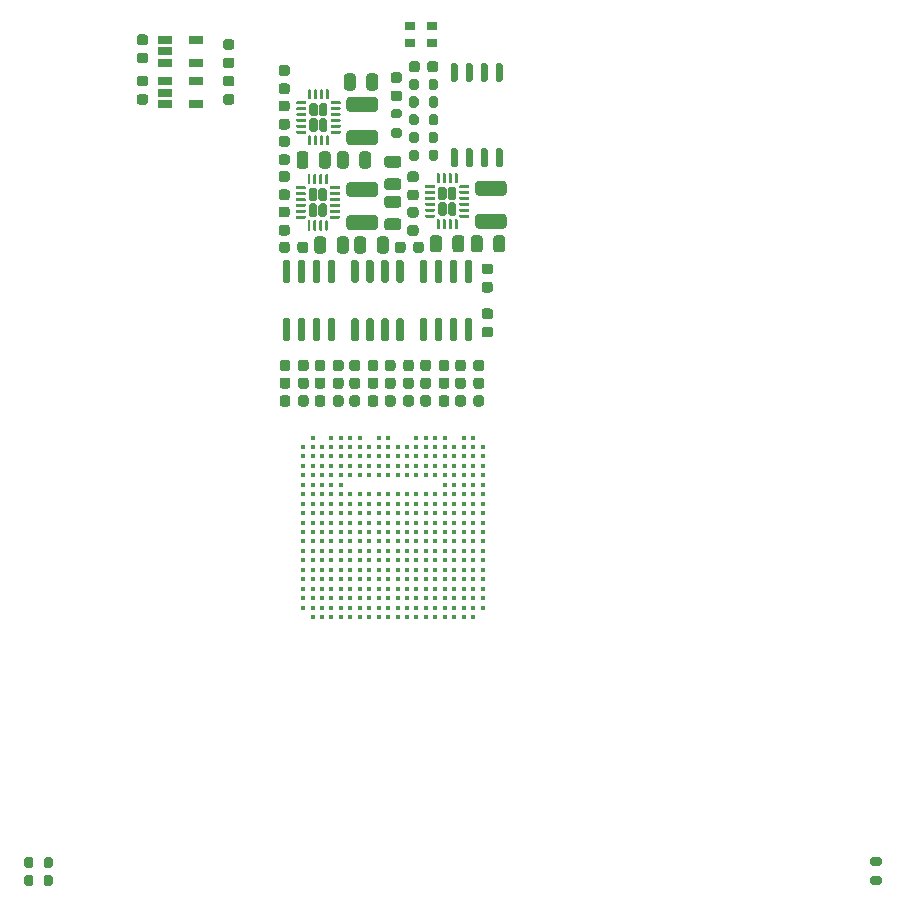
<source format=gbr>
%TF.GenerationSoftware,KiCad,Pcbnew,5.99.0+really5.1.10+dfsg1-1*%
%TF.CreationDate,2021-09-13T00:49:02-04:00*%
%TF.ProjectId,ECP5_BOARD,45435035-5f42-44f4-9152-442e6b696361,rev?*%
%TF.SameCoordinates,Original*%
%TF.FileFunction,Paste,Top*%
%TF.FilePolarity,Positive*%
%FSLAX46Y46*%
G04 Gerber Fmt 4.6, Leading zero omitted, Abs format (unit mm)*
G04 Created by KiCad (PCBNEW 5.99.0+really5.1.10+dfsg1-1) date 2021-09-13 00:49:02*
%MOMM*%
%LPD*%
G01*
G04 APERTURE LIST*
%ADD10R,1.220000X0.650000*%
%ADD11C,0.400000*%
%ADD12R,0.900000X0.800000*%
G04 APERTURE END LIST*
D10*
%TO.C,U11*%
X124110000Y-34550000D03*
X124110000Y-36450000D03*
X121490000Y-36450000D03*
X121490000Y-35500000D03*
X121490000Y-34550000D03*
%TD*%
%TO.C,U10*%
X124110000Y-31050000D03*
X124110000Y-32950000D03*
X121490000Y-32950000D03*
X121490000Y-32000000D03*
X121490000Y-31050000D03*
%TD*%
%TO.C,R6*%
G36*
G01*
X181975000Y-100975000D02*
X181425000Y-100975000D01*
G75*
G02*
X181225000Y-100775000I0J200000D01*
G01*
X181225000Y-100375000D01*
G75*
G02*
X181425000Y-100175000I200000J0D01*
G01*
X181975000Y-100175000D01*
G75*
G02*
X182175000Y-100375000I0J-200000D01*
G01*
X182175000Y-100775000D01*
G75*
G02*
X181975000Y-100975000I-200000J0D01*
G01*
G37*
G36*
G01*
X181975000Y-102625000D02*
X181425000Y-102625000D01*
G75*
G02*
X181225000Y-102425000I0J200000D01*
G01*
X181225000Y-102025000D01*
G75*
G02*
X181425000Y-101825000I200000J0D01*
G01*
X181975000Y-101825000D01*
G75*
G02*
X182175000Y-102025000I0J-200000D01*
G01*
X182175000Y-102425000D01*
G75*
G02*
X181975000Y-102625000I-200000J0D01*
G01*
G37*
%TD*%
%TO.C,C38*%
G36*
G01*
X127150000Y-31875000D02*
X126650000Y-31875000D01*
G75*
G02*
X126425000Y-31650000I0J225000D01*
G01*
X126425000Y-31200000D01*
G75*
G02*
X126650000Y-30975000I225000J0D01*
G01*
X127150000Y-30975000D01*
G75*
G02*
X127375000Y-31200000I0J-225000D01*
G01*
X127375000Y-31650000D01*
G75*
G02*
X127150000Y-31875000I-225000J0D01*
G01*
G37*
G36*
G01*
X127150000Y-33425000D02*
X126650000Y-33425000D01*
G75*
G02*
X126425000Y-33200000I0J225000D01*
G01*
X126425000Y-32750000D01*
G75*
G02*
X126650000Y-32525000I225000J0D01*
G01*
X127150000Y-32525000D01*
G75*
G02*
X127375000Y-32750000I0J-225000D01*
G01*
X127375000Y-33200000D01*
G75*
G02*
X127150000Y-33425000I-225000J0D01*
G01*
G37*
%TD*%
%TO.C,C37*%
G36*
G01*
X119350000Y-35625000D02*
X119850000Y-35625000D01*
G75*
G02*
X120075000Y-35850000I0J-225000D01*
G01*
X120075000Y-36300000D01*
G75*
G02*
X119850000Y-36525000I-225000J0D01*
G01*
X119350000Y-36525000D01*
G75*
G02*
X119125000Y-36300000I0J225000D01*
G01*
X119125000Y-35850000D01*
G75*
G02*
X119350000Y-35625000I225000J0D01*
G01*
G37*
G36*
G01*
X119350000Y-34075000D02*
X119850000Y-34075000D01*
G75*
G02*
X120075000Y-34300000I0J-225000D01*
G01*
X120075000Y-34750000D01*
G75*
G02*
X119850000Y-34975000I-225000J0D01*
G01*
X119350000Y-34975000D01*
G75*
G02*
X119125000Y-34750000I0J225000D01*
G01*
X119125000Y-34300000D01*
G75*
G02*
X119350000Y-34075000I225000J0D01*
G01*
G37*
%TD*%
%TO.C,C36*%
G36*
G01*
X126650000Y-35625000D02*
X127150000Y-35625000D01*
G75*
G02*
X127375000Y-35850000I0J-225000D01*
G01*
X127375000Y-36300000D01*
G75*
G02*
X127150000Y-36525000I-225000J0D01*
G01*
X126650000Y-36525000D01*
G75*
G02*
X126425000Y-36300000I0J225000D01*
G01*
X126425000Y-35850000D01*
G75*
G02*
X126650000Y-35625000I225000J0D01*
G01*
G37*
G36*
G01*
X126650000Y-34075000D02*
X127150000Y-34075000D01*
G75*
G02*
X127375000Y-34300000I0J-225000D01*
G01*
X127375000Y-34750000D01*
G75*
G02*
X127150000Y-34975000I-225000J0D01*
G01*
X126650000Y-34975000D01*
G75*
G02*
X126425000Y-34750000I0J225000D01*
G01*
X126425000Y-34300000D01*
G75*
G02*
X126650000Y-34075000I225000J0D01*
G01*
G37*
%TD*%
%TO.C,C35*%
G36*
G01*
X119350000Y-32125000D02*
X119850000Y-32125000D01*
G75*
G02*
X120075000Y-32350000I0J-225000D01*
G01*
X120075000Y-32800000D01*
G75*
G02*
X119850000Y-33025000I-225000J0D01*
G01*
X119350000Y-33025000D01*
G75*
G02*
X119125000Y-32800000I0J225000D01*
G01*
X119125000Y-32350000D01*
G75*
G02*
X119350000Y-32125000I225000J0D01*
G01*
G37*
G36*
G01*
X119350000Y-30575000D02*
X119850000Y-30575000D01*
G75*
G02*
X120075000Y-30800000I0J-225000D01*
G01*
X120075000Y-31250000D01*
G75*
G02*
X119850000Y-31475000I-225000J0D01*
G01*
X119350000Y-31475000D01*
G75*
G02*
X119125000Y-31250000I0J225000D01*
G01*
X119125000Y-30800000D01*
G75*
G02*
X119350000Y-30575000I225000J0D01*
G01*
G37*
%TD*%
%TO.C,C18*%
G36*
G01*
X136625000Y-58350000D02*
X136625000Y-58850000D01*
G75*
G02*
X136400000Y-59075000I-225000J0D01*
G01*
X135950000Y-59075000D01*
G75*
G02*
X135725000Y-58850000I0J225000D01*
G01*
X135725000Y-58350000D01*
G75*
G02*
X135950000Y-58125000I225000J0D01*
G01*
X136400000Y-58125000D01*
G75*
G02*
X136625000Y-58350000I0J-225000D01*
G01*
G37*
G36*
G01*
X135075000Y-58350000D02*
X135075000Y-58850000D01*
G75*
G02*
X134850000Y-59075000I-225000J0D01*
G01*
X134400000Y-59075000D01*
G75*
G02*
X134175000Y-58850000I0J225000D01*
G01*
X134175000Y-58350000D01*
G75*
G02*
X134400000Y-58125000I225000J0D01*
G01*
X134850000Y-58125000D01*
G75*
G02*
X135075000Y-58350000I0J-225000D01*
G01*
G37*
%TD*%
%TO.C,C17*%
G36*
G01*
X145575000Y-58350000D02*
X145575000Y-58850000D01*
G75*
G02*
X145350000Y-59075000I-225000J0D01*
G01*
X144900000Y-59075000D01*
G75*
G02*
X144675000Y-58850000I0J225000D01*
G01*
X144675000Y-58350000D01*
G75*
G02*
X144900000Y-58125000I225000J0D01*
G01*
X145350000Y-58125000D01*
G75*
G02*
X145575000Y-58350000I0J-225000D01*
G01*
G37*
G36*
G01*
X144025000Y-58350000D02*
X144025000Y-58850000D01*
G75*
G02*
X143800000Y-59075000I-225000J0D01*
G01*
X143350000Y-59075000D01*
G75*
G02*
X143125000Y-58850000I0J225000D01*
G01*
X143125000Y-58350000D01*
G75*
G02*
X143350000Y-58125000I225000J0D01*
G01*
X143800000Y-58125000D01*
G75*
G02*
X144025000Y-58350000I0J-225000D01*
G01*
G37*
%TD*%
%TO.C,C16*%
G36*
G01*
X140125000Y-58850000D02*
X140125000Y-58350000D01*
G75*
G02*
X140350000Y-58125000I225000J0D01*
G01*
X140800000Y-58125000D01*
G75*
G02*
X141025000Y-58350000I0J-225000D01*
G01*
X141025000Y-58850000D01*
G75*
G02*
X140800000Y-59075000I-225000J0D01*
G01*
X140350000Y-59075000D01*
G75*
G02*
X140125000Y-58850000I0J225000D01*
G01*
G37*
G36*
G01*
X141675000Y-58850000D02*
X141675000Y-58350000D01*
G75*
G02*
X141900000Y-58125000I225000J0D01*
G01*
X142350000Y-58125000D01*
G75*
G02*
X142575000Y-58350000I0J-225000D01*
G01*
X142575000Y-58850000D01*
G75*
G02*
X142350000Y-59075000I-225000J0D01*
G01*
X141900000Y-59075000D01*
G75*
G02*
X141675000Y-58850000I0J225000D01*
G01*
G37*
%TD*%
%TO.C,C15*%
G36*
G01*
X139575000Y-58350000D02*
X139575000Y-58850000D01*
G75*
G02*
X139350000Y-59075000I-225000J0D01*
G01*
X138900000Y-59075000D01*
G75*
G02*
X138675000Y-58850000I0J225000D01*
G01*
X138675000Y-58350000D01*
G75*
G02*
X138900000Y-58125000I225000J0D01*
G01*
X139350000Y-58125000D01*
G75*
G02*
X139575000Y-58350000I0J-225000D01*
G01*
G37*
G36*
G01*
X138025000Y-58350000D02*
X138025000Y-58850000D01*
G75*
G02*
X137800000Y-59075000I-225000J0D01*
G01*
X137350000Y-59075000D01*
G75*
G02*
X137125000Y-58850000I0J225000D01*
G01*
X137125000Y-58350000D01*
G75*
G02*
X137350000Y-58125000I225000J0D01*
G01*
X137800000Y-58125000D01*
G75*
G02*
X138025000Y-58350000I0J-225000D01*
G01*
G37*
%TD*%
%TO.C,C14*%
G36*
G01*
X146075000Y-60350000D02*
X146075000Y-59850000D01*
G75*
G02*
X146300000Y-59625000I225000J0D01*
G01*
X146750000Y-59625000D01*
G75*
G02*
X146975000Y-59850000I0J-225000D01*
G01*
X146975000Y-60350000D01*
G75*
G02*
X146750000Y-60575000I-225000J0D01*
G01*
X146300000Y-60575000D01*
G75*
G02*
X146075000Y-60350000I0J225000D01*
G01*
G37*
G36*
G01*
X147625000Y-60350000D02*
X147625000Y-59850000D01*
G75*
G02*
X147850000Y-59625000I225000J0D01*
G01*
X148300000Y-59625000D01*
G75*
G02*
X148525000Y-59850000I0J-225000D01*
G01*
X148525000Y-60350000D01*
G75*
G02*
X148300000Y-60575000I-225000J0D01*
G01*
X147850000Y-60575000D01*
G75*
G02*
X147625000Y-60350000I0J225000D01*
G01*
G37*
%TD*%
%TO.C,C13*%
G36*
G01*
X145575000Y-59850000D02*
X145575000Y-60350000D01*
G75*
G02*
X145350000Y-60575000I-225000J0D01*
G01*
X144900000Y-60575000D01*
G75*
G02*
X144675000Y-60350000I0J225000D01*
G01*
X144675000Y-59850000D01*
G75*
G02*
X144900000Y-59625000I225000J0D01*
G01*
X145350000Y-59625000D01*
G75*
G02*
X145575000Y-59850000I0J-225000D01*
G01*
G37*
G36*
G01*
X144025000Y-59850000D02*
X144025000Y-60350000D01*
G75*
G02*
X143800000Y-60575000I-225000J0D01*
G01*
X143350000Y-60575000D01*
G75*
G02*
X143125000Y-60350000I0J225000D01*
G01*
X143125000Y-59850000D01*
G75*
G02*
X143350000Y-59625000I225000J0D01*
G01*
X143800000Y-59625000D01*
G75*
G02*
X144025000Y-59850000I0J-225000D01*
G01*
G37*
%TD*%
%TO.C,C12*%
G36*
G01*
X140125000Y-60350000D02*
X140125000Y-59850000D01*
G75*
G02*
X140350000Y-59625000I225000J0D01*
G01*
X140800000Y-59625000D01*
G75*
G02*
X141025000Y-59850000I0J-225000D01*
G01*
X141025000Y-60350000D01*
G75*
G02*
X140800000Y-60575000I-225000J0D01*
G01*
X140350000Y-60575000D01*
G75*
G02*
X140125000Y-60350000I0J225000D01*
G01*
G37*
G36*
G01*
X141675000Y-60350000D02*
X141675000Y-59850000D01*
G75*
G02*
X141900000Y-59625000I225000J0D01*
G01*
X142350000Y-59625000D01*
G75*
G02*
X142575000Y-59850000I0J-225000D01*
G01*
X142575000Y-60350000D01*
G75*
G02*
X142350000Y-60575000I-225000J0D01*
G01*
X141900000Y-60575000D01*
G75*
G02*
X141675000Y-60350000I0J225000D01*
G01*
G37*
%TD*%
%TO.C,C11*%
G36*
G01*
X139575000Y-59850000D02*
X139575000Y-60350000D01*
G75*
G02*
X139350000Y-60575000I-225000J0D01*
G01*
X138900000Y-60575000D01*
G75*
G02*
X138675000Y-60350000I0J225000D01*
G01*
X138675000Y-59850000D01*
G75*
G02*
X138900000Y-59625000I225000J0D01*
G01*
X139350000Y-59625000D01*
G75*
G02*
X139575000Y-59850000I0J-225000D01*
G01*
G37*
G36*
G01*
X138025000Y-59850000D02*
X138025000Y-60350000D01*
G75*
G02*
X137800000Y-60575000I-225000J0D01*
G01*
X137350000Y-60575000D01*
G75*
G02*
X137125000Y-60350000I0J225000D01*
G01*
X137125000Y-59850000D01*
G75*
G02*
X137350000Y-59625000I225000J0D01*
G01*
X137800000Y-59625000D01*
G75*
G02*
X138025000Y-59850000I0J-225000D01*
G01*
G37*
%TD*%
%TO.C,C10*%
G36*
G01*
X146075000Y-61850000D02*
X146075000Y-61350000D01*
G75*
G02*
X146300000Y-61125000I225000J0D01*
G01*
X146750000Y-61125000D01*
G75*
G02*
X146975000Y-61350000I0J-225000D01*
G01*
X146975000Y-61850000D01*
G75*
G02*
X146750000Y-62075000I-225000J0D01*
G01*
X146300000Y-62075000D01*
G75*
G02*
X146075000Y-61850000I0J225000D01*
G01*
G37*
G36*
G01*
X147625000Y-61850000D02*
X147625000Y-61350000D01*
G75*
G02*
X147850000Y-61125000I225000J0D01*
G01*
X148300000Y-61125000D01*
G75*
G02*
X148525000Y-61350000I0J-225000D01*
G01*
X148525000Y-61850000D01*
G75*
G02*
X148300000Y-62075000I-225000J0D01*
G01*
X147850000Y-62075000D01*
G75*
G02*
X147625000Y-61850000I0J225000D01*
G01*
G37*
%TD*%
%TO.C,C9*%
G36*
G01*
X145575000Y-61350000D02*
X145575000Y-61850000D01*
G75*
G02*
X145350000Y-62075000I-225000J0D01*
G01*
X144900000Y-62075000D01*
G75*
G02*
X144675000Y-61850000I0J225000D01*
G01*
X144675000Y-61350000D01*
G75*
G02*
X144900000Y-61125000I225000J0D01*
G01*
X145350000Y-61125000D01*
G75*
G02*
X145575000Y-61350000I0J-225000D01*
G01*
G37*
G36*
G01*
X144025000Y-61350000D02*
X144025000Y-61850000D01*
G75*
G02*
X143800000Y-62075000I-225000J0D01*
G01*
X143350000Y-62075000D01*
G75*
G02*
X143125000Y-61850000I0J225000D01*
G01*
X143125000Y-61350000D01*
G75*
G02*
X143350000Y-61125000I225000J0D01*
G01*
X143800000Y-61125000D01*
G75*
G02*
X144025000Y-61350000I0J-225000D01*
G01*
G37*
%TD*%
%TO.C,C8*%
G36*
G01*
X140125000Y-61850000D02*
X140125000Y-61350000D01*
G75*
G02*
X140350000Y-61125000I225000J0D01*
G01*
X140800000Y-61125000D01*
G75*
G02*
X141025000Y-61350000I0J-225000D01*
G01*
X141025000Y-61850000D01*
G75*
G02*
X140800000Y-62075000I-225000J0D01*
G01*
X140350000Y-62075000D01*
G75*
G02*
X140125000Y-61850000I0J225000D01*
G01*
G37*
G36*
G01*
X141675000Y-61850000D02*
X141675000Y-61350000D01*
G75*
G02*
X141900000Y-61125000I225000J0D01*
G01*
X142350000Y-61125000D01*
G75*
G02*
X142575000Y-61350000I0J-225000D01*
G01*
X142575000Y-61850000D01*
G75*
G02*
X142350000Y-62075000I-225000J0D01*
G01*
X141900000Y-62075000D01*
G75*
G02*
X141675000Y-61850000I0J225000D01*
G01*
G37*
%TD*%
%TO.C,C7*%
G36*
G01*
X139575000Y-61350000D02*
X139575000Y-61850000D01*
G75*
G02*
X139350000Y-62075000I-225000J0D01*
G01*
X138900000Y-62075000D01*
G75*
G02*
X138675000Y-61850000I0J225000D01*
G01*
X138675000Y-61350000D01*
G75*
G02*
X138900000Y-61125000I225000J0D01*
G01*
X139350000Y-61125000D01*
G75*
G02*
X139575000Y-61350000I0J-225000D01*
G01*
G37*
G36*
G01*
X138025000Y-61350000D02*
X138025000Y-61850000D01*
G75*
G02*
X137800000Y-62075000I-225000J0D01*
G01*
X137350000Y-62075000D01*
G75*
G02*
X137125000Y-61850000I0J225000D01*
G01*
X137125000Y-61350000D01*
G75*
G02*
X137350000Y-61125000I225000J0D01*
G01*
X137800000Y-61125000D01*
G75*
G02*
X138025000Y-61350000I0J-225000D01*
G01*
G37*
%TD*%
%TO.C,C6*%
G36*
G01*
X135725000Y-60350000D02*
X135725000Y-59850000D01*
G75*
G02*
X135950000Y-59625000I225000J0D01*
G01*
X136400000Y-59625000D01*
G75*
G02*
X136625000Y-59850000I0J-225000D01*
G01*
X136625000Y-60350000D01*
G75*
G02*
X136400000Y-60575000I-225000J0D01*
G01*
X135950000Y-60575000D01*
G75*
G02*
X135725000Y-60350000I0J225000D01*
G01*
G37*
G36*
G01*
X134175000Y-60350000D02*
X134175000Y-59850000D01*
G75*
G02*
X134400000Y-59625000I225000J0D01*
G01*
X134850000Y-59625000D01*
G75*
G02*
X135075000Y-59850000I0J-225000D01*
G01*
X135075000Y-60350000D01*
G75*
G02*
X134850000Y-60575000I-225000J0D01*
G01*
X134400000Y-60575000D01*
G75*
G02*
X134175000Y-60350000I0J225000D01*
G01*
G37*
%TD*%
%TO.C,C5*%
G36*
G01*
X135725000Y-61850000D02*
X135725000Y-61350000D01*
G75*
G02*
X135950000Y-61125000I225000J0D01*
G01*
X136400000Y-61125000D01*
G75*
G02*
X136625000Y-61350000I0J-225000D01*
G01*
X136625000Y-61850000D01*
G75*
G02*
X136400000Y-62075000I-225000J0D01*
G01*
X135950000Y-62075000D01*
G75*
G02*
X135725000Y-61850000I0J225000D01*
G01*
G37*
G36*
G01*
X134175000Y-61850000D02*
X134175000Y-61350000D01*
G75*
G02*
X134400000Y-61125000I225000J0D01*
G01*
X134850000Y-61125000D01*
G75*
G02*
X135075000Y-61350000I0J-225000D01*
G01*
X135075000Y-61850000D01*
G75*
G02*
X134850000Y-62075000I-225000J0D01*
G01*
X134400000Y-62075000D01*
G75*
G02*
X134175000Y-61850000I0J225000D01*
G01*
G37*
%TD*%
%TO.C,C4*%
G36*
G01*
X132125000Y-59850000D02*
X132125000Y-60350000D01*
G75*
G02*
X131900000Y-60575000I-225000J0D01*
G01*
X131450000Y-60575000D01*
G75*
G02*
X131225000Y-60350000I0J225000D01*
G01*
X131225000Y-59850000D01*
G75*
G02*
X131450000Y-59625000I225000J0D01*
G01*
X131900000Y-59625000D01*
G75*
G02*
X132125000Y-59850000I0J-225000D01*
G01*
G37*
G36*
G01*
X133675000Y-59850000D02*
X133675000Y-60350000D01*
G75*
G02*
X133450000Y-60575000I-225000J0D01*
G01*
X133000000Y-60575000D01*
G75*
G02*
X132775000Y-60350000I0J225000D01*
G01*
X132775000Y-59850000D01*
G75*
G02*
X133000000Y-59625000I225000J0D01*
G01*
X133450000Y-59625000D01*
G75*
G02*
X133675000Y-59850000I0J-225000D01*
G01*
G37*
%TD*%
%TO.C,C3*%
G36*
G01*
X132125000Y-61350000D02*
X132125000Y-61850000D01*
G75*
G02*
X131900000Y-62075000I-225000J0D01*
G01*
X131450000Y-62075000D01*
G75*
G02*
X131225000Y-61850000I0J225000D01*
G01*
X131225000Y-61350000D01*
G75*
G02*
X131450000Y-61125000I225000J0D01*
G01*
X131900000Y-61125000D01*
G75*
G02*
X132125000Y-61350000I0J-225000D01*
G01*
G37*
G36*
G01*
X133675000Y-61350000D02*
X133675000Y-61850000D01*
G75*
G02*
X133450000Y-62075000I-225000J0D01*
G01*
X133000000Y-62075000D01*
G75*
G02*
X132775000Y-61850000I0J225000D01*
G01*
X132775000Y-61350000D01*
G75*
G02*
X133000000Y-61125000I225000J0D01*
G01*
X133450000Y-61125000D01*
G75*
G02*
X133675000Y-61350000I0J-225000D01*
G01*
G37*
%TD*%
%TO.C,C2*%
G36*
G01*
X132125000Y-58350000D02*
X132125000Y-58850000D01*
G75*
G02*
X131900000Y-59075000I-225000J0D01*
G01*
X131450000Y-59075000D01*
G75*
G02*
X131225000Y-58850000I0J225000D01*
G01*
X131225000Y-58350000D01*
G75*
G02*
X131450000Y-58125000I225000J0D01*
G01*
X131900000Y-58125000D01*
G75*
G02*
X132125000Y-58350000I0J-225000D01*
G01*
G37*
G36*
G01*
X133675000Y-58350000D02*
X133675000Y-58850000D01*
G75*
G02*
X133450000Y-59075000I-225000J0D01*
G01*
X133000000Y-59075000D01*
G75*
G02*
X132775000Y-58850000I0J225000D01*
G01*
X132775000Y-58350000D01*
G75*
G02*
X133000000Y-58125000I225000J0D01*
G01*
X133450000Y-58125000D01*
G75*
G02*
X133675000Y-58350000I0J-225000D01*
G01*
G37*
%TD*%
D11*
%TO.C,U1*%
X134000000Y-64700000D03*
X135600000Y-64700000D03*
X136400000Y-64700000D03*
X137200000Y-64700000D03*
X138000000Y-64700000D03*
X139600000Y-64700000D03*
X140400000Y-64700000D03*
X142800000Y-64700000D03*
X143600000Y-64700000D03*
X144400000Y-64700000D03*
X145200000Y-64700000D03*
X146800000Y-64700000D03*
X147600000Y-64700000D03*
X133200000Y-65500000D03*
X134000000Y-65500000D03*
X134800000Y-65500000D03*
X135600000Y-65500000D03*
X136400000Y-65500000D03*
X137200000Y-65500000D03*
X138000000Y-65500000D03*
X138800000Y-65500000D03*
X139600000Y-65500000D03*
X140400000Y-65500000D03*
X141200000Y-65500000D03*
X142000000Y-65500000D03*
X142800000Y-65500000D03*
X143600000Y-65500000D03*
X144400000Y-65500000D03*
X145200000Y-65500000D03*
X146000000Y-65500000D03*
X146800000Y-65500000D03*
X147600000Y-65500000D03*
X148400000Y-65500000D03*
X133200000Y-66300000D03*
X134000000Y-66300000D03*
X134800000Y-66300000D03*
X135600000Y-66300000D03*
X136400000Y-66300000D03*
X137200000Y-66300000D03*
X138000000Y-66300000D03*
X138800000Y-66300000D03*
X139600000Y-66300000D03*
X140400000Y-66300000D03*
X141200000Y-66300000D03*
X142000000Y-66300000D03*
X142800000Y-66300000D03*
X143600000Y-66300000D03*
X144400000Y-66300000D03*
X145200000Y-66300000D03*
X146000000Y-66300000D03*
X146800000Y-66300000D03*
X147600000Y-66300000D03*
X148400000Y-66300000D03*
X133200000Y-67100000D03*
X134000000Y-67100000D03*
X134800000Y-67100000D03*
X135600000Y-67100000D03*
X136400000Y-67100000D03*
X137200000Y-67100000D03*
X138000000Y-67100000D03*
X138800000Y-67100000D03*
X139600000Y-67100000D03*
X140400000Y-67100000D03*
X141200000Y-67100000D03*
X142000000Y-67100000D03*
X142800000Y-67100000D03*
X143600000Y-67100000D03*
X144400000Y-67100000D03*
X145200000Y-67100000D03*
X146000000Y-67100000D03*
X146800000Y-67100000D03*
X147600000Y-67100000D03*
X148400000Y-67100000D03*
X133200000Y-67900000D03*
X134000000Y-67900000D03*
X134800000Y-67900000D03*
X135600000Y-67900000D03*
X136400000Y-67900000D03*
X137200000Y-67900000D03*
X138000000Y-67900000D03*
X138800000Y-67900000D03*
X139600000Y-67900000D03*
X140400000Y-67900000D03*
X141200000Y-67900000D03*
X142000000Y-67900000D03*
X142800000Y-67900000D03*
X143600000Y-67900000D03*
X144400000Y-67900000D03*
X145200000Y-67900000D03*
X146000000Y-67900000D03*
X146800000Y-67900000D03*
X147600000Y-67900000D03*
X148400000Y-67900000D03*
X133200000Y-68700000D03*
X134000000Y-68700000D03*
X134800000Y-68700000D03*
X135600000Y-68700000D03*
X136400000Y-68700000D03*
X145200000Y-68700000D03*
X146000000Y-68700000D03*
X146800000Y-68700000D03*
X147600000Y-68700000D03*
X148400000Y-68700000D03*
X133200000Y-69500000D03*
X134000000Y-69500000D03*
X134800000Y-69500000D03*
X135600000Y-69500000D03*
X136400000Y-69500000D03*
X137200000Y-69500000D03*
X138000000Y-69500000D03*
X138800000Y-69500000D03*
X139600000Y-69500000D03*
X140400000Y-69500000D03*
X141200000Y-69500000D03*
X142000000Y-69500000D03*
X142800000Y-69500000D03*
X143600000Y-69500000D03*
X144400000Y-69500000D03*
X145200000Y-69500000D03*
X146000000Y-69500000D03*
X146800000Y-69500000D03*
X147600000Y-69500000D03*
X148400000Y-69500000D03*
X133200000Y-70300000D03*
X134000000Y-70300000D03*
X134800000Y-70300000D03*
X135600000Y-70300000D03*
X136400000Y-70300000D03*
X137200000Y-70300000D03*
X138000000Y-70300000D03*
X138800000Y-70300000D03*
X139600000Y-70300000D03*
X140400000Y-70300000D03*
X141200000Y-70300000D03*
X142000000Y-70300000D03*
X142800000Y-70300000D03*
X143600000Y-70300000D03*
X144400000Y-70300000D03*
X145200000Y-70300000D03*
X146000000Y-70300000D03*
X146800000Y-70300000D03*
X147600000Y-70300000D03*
X148400000Y-70300000D03*
X133200000Y-71100000D03*
X134000000Y-71100000D03*
X134800000Y-71100000D03*
X135600000Y-71100000D03*
X136400000Y-71100000D03*
X137200000Y-71100000D03*
X138000000Y-71100000D03*
X138800000Y-71100000D03*
X139600000Y-71100000D03*
X140400000Y-71100000D03*
X141200000Y-71100000D03*
X142000000Y-71100000D03*
X142800000Y-71100000D03*
X143600000Y-71100000D03*
X144400000Y-71100000D03*
X145200000Y-71100000D03*
X146000000Y-71100000D03*
X146800000Y-71100000D03*
X147600000Y-71100000D03*
X148400000Y-71100000D03*
X133200000Y-71900000D03*
X134000000Y-71900000D03*
X134800000Y-71900000D03*
X135600000Y-71900000D03*
X136400000Y-71900000D03*
X137200000Y-71900000D03*
X138000000Y-71900000D03*
X138800000Y-71900000D03*
X139600000Y-71900000D03*
X140400000Y-71900000D03*
X141200000Y-71900000D03*
X142000000Y-71900000D03*
X142800000Y-71900000D03*
X143600000Y-71900000D03*
X144400000Y-71900000D03*
X145200000Y-71900000D03*
X146000000Y-71900000D03*
X146800000Y-71900000D03*
X147600000Y-71900000D03*
X148400000Y-71900000D03*
X133200000Y-72700000D03*
X134000000Y-72700000D03*
X134800000Y-72700000D03*
X135600000Y-72700000D03*
X136400000Y-72700000D03*
X137200000Y-72700000D03*
X138000000Y-72700000D03*
X138800000Y-72700000D03*
X139600000Y-72700000D03*
X140400000Y-72700000D03*
X141200000Y-72700000D03*
X142000000Y-72700000D03*
X142800000Y-72700000D03*
X143600000Y-72700000D03*
X144400000Y-72700000D03*
X145200000Y-72700000D03*
X146000000Y-72700000D03*
X146800000Y-72700000D03*
X147600000Y-72700000D03*
X148400000Y-72700000D03*
X133200000Y-73500000D03*
X134000000Y-73500000D03*
X134800000Y-73500000D03*
X135600000Y-73500000D03*
X136400000Y-73500000D03*
X137200000Y-73500000D03*
X138000000Y-73500000D03*
X138800000Y-73500000D03*
X139600000Y-73500000D03*
X140400000Y-73500000D03*
X141200000Y-73500000D03*
X142000000Y-73500000D03*
X142800000Y-73500000D03*
X143600000Y-73500000D03*
X144400000Y-73500000D03*
X145200000Y-73500000D03*
X146000000Y-73500000D03*
X146800000Y-73500000D03*
X147600000Y-73500000D03*
X148400000Y-73500000D03*
X133200000Y-74300000D03*
X134000000Y-74300000D03*
X134800000Y-74300000D03*
X135600000Y-74300000D03*
X136400000Y-74300000D03*
X137200000Y-74300000D03*
X138000000Y-74300000D03*
X138800000Y-74300000D03*
X139600000Y-74300000D03*
X140400000Y-74300000D03*
X141200000Y-74300000D03*
X142000000Y-74300000D03*
X142800000Y-74300000D03*
X143600000Y-74300000D03*
X144400000Y-74300000D03*
X145200000Y-74300000D03*
X146000000Y-74300000D03*
X146800000Y-74300000D03*
X147600000Y-74300000D03*
X148400000Y-74300000D03*
X133200000Y-75100000D03*
X134000000Y-75100000D03*
X134800000Y-75100000D03*
X135600000Y-75100000D03*
X136400000Y-75100000D03*
X137200000Y-75100000D03*
X138000000Y-75100000D03*
X138800000Y-75100000D03*
X139600000Y-75100000D03*
X140400000Y-75100000D03*
X141200000Y-75100000D03*
X142000000Y-75100000D03*
X142800000Y-75100000D03*
X143600000Y-75100000D03*
X144400000Y-75100000D03*
X145200000Y-75100000D03*
X146000000Y-75100000D03*
X146800000Y-75100000D03*
X147600000Y-75100000D03*
X148400000Y-75100000D03*
X133200000Y-75900000D03*
X134000000Y-75900000D03*
X134800000Y-75900000D03*
X135600000Y-75900000D03*
X136400000Y-75900000D03*
X137200000Y-75900000D03*
X138000000Y-75900000D03*
X138800000Y-75900000D03*
X139600000Y-75900000D03*
X140400000Y-75900000D03*
X141200000Y-75900000D03*
X142000000Y-75900000D03*
X142800000Y-75900000D03*
X143600000Y-75900000D03*
X144400000Y-75900000D03*
X145200000Y-75900000D03*
X146000000Y-75900000D03*
X146800000Y-75900000D03*
X147600000Y-75900000D03*
X148400000Y-75900000D03*
X133200000Y-76700000D03*
X134000000Y-76700000D03*
X134800000Y-76700000D03*
X135600000Y-76700000D03*
X136400000Y-76700000D03*
X137200000Y-76700000D03*
X138000000Y-76700000D03*
X138800000Y-76700000D03*
X139600000Y-76700000D03*
X140400000Y-76700000D03*
X141200000Y-76700000D03*
X142000000Y-76700000D03*
X142800000Y-76700000D03*
X143600000Y-76700000D03*
X144400000Y-76700000D03*
X145200000Y-76700000D03*
X146000000Y-76700000D03*
X146800000Y-76700000D03*
X147600000Y-76700000D03*
X148400000Y-76700000D03*
X133200000Y-77500000D03*
X134000000Y-77500000D03*
X134800000Y-77500000D03*
X135600000Y-77500000D03*
X136400000Y-77500000D03*
X137200000Y-77500000D03*
X138000000Y-77500000D03*
X138800000Y-77500000D03*
X139600000Y-77500000D03*
X140400000Y-77500000D03*
X141200000Y-77500000D03*
X142000000Y-77500000D03*
X142800000Y-77500000D03*
X143600000Y-77500000D03*
X144400000Y-77500000D03*
X145200000Y-77500000D03*
X146000000Y-77500000D03*
X146800000Y-77500000D03*
X147600000Y-77500000D03*
X148400000Y-77500000D03*
X133200000Y-78300000D03*
X134000000Y-78300000D03*
X134800000Y-78300000D03*
X135600000Y-78300000D03*
X136400000Y-78300000D03*
X137200000Y-78300000D03*
X138000000Y-78300000D03*
X138800000Y-78300000D03*
X139600000Y-78300000D03*
X140400000Y-78300000D03*
X141200000Y-78300000D03*
X142000000Y-78300000D03*
X142800000Y-78300000D03*
X143600000Y-78300000D03*
X144400000Y-78300000D03*
X145200000Y-78300000D03*
X146000000Y-78300000D03*
X146800000Y-78300000D03*
X147600000Y-78300000D03*
X148400000Y-78300000D03*
X133200000Y-79100000D03*
X134000000Y-79100000D03*
X134800000Y-79100000D03*
X135600000Y-79100000D03*
X136400000Y-79100000D03*
X137200000Y-79100000D03*
X138000000Y-79100000D03*
X138800000Y-79100000D03*
X139600000Y-79100000D03*
X140400000Y-79100000D03*
X141200000Y-79100000D03*
X142000000Y-79100000D03*
X142800000Y-79100000D03*
X143600000Y-79100000D03*
X144400000Y-79100000D03*
X145200000Y-79100000D03*
X146000000Y-79100000D03*
X146800000Y-79100000D03*
X147600000Y-79100000D03*
X148400000Y-79100000D03*
X134000000Y-79900000D03*
X134800000Y-79900000D03*
X135600000Y-79900000D03*
X136400000Y-79900000D03*
X137200000Y-79900000D03*
X138000000Y-79900000D03*
X138800000Y-79900000D03*
X139600000Y-79900000D03*
X140400000Y-79900000D03*
X141200000Y-79900000D03*
X142000000Y-79900000D03*
X142800000Y-79900000D03*
X143600000Y-79900000D03*
X144400000Y-79900000D03*
X145200000Y-79900000D03*
X146000000Y-79900000D03*
X146800000Y-79900000D03*
X147600000Y-79900000D03*
%TD*%
%TO.C,C1*%
G36*
G01*
X143725000Y-33550000D02*
X143725000Y-33050000D01*
G75*
G02*
X143950000Y-32825000I225000J0D01*
G01*
X144400000Y-32825000D01*
G75*
G02*
X144625000Y-33050000I0J-225000D01*
G01*
X144625000Y-33550000D01*
G75*
G02*
X144400000Y-33775000I-225000J0D01*
G01*
X143950000Y-33775000D01*
G75*
G02*
X143725000Y-33550000I0J225000D01*
G01*
G37*
G36*
G01*
X142175000Y-33550000D02*
X142175000Y-33050000D01*
G75*
G02*
X142400000Y-32825000I225000J0D01*
G01*
X142850000Y-32825000D01*
G75*
G02*
X143075000Y-33050000I0J-225000D01*
G01*
X143075000Y-33550000D01*
G75*
G02*
X142850000Y-33775000I-225000J0D01*
G01*
X142400000Y-33775000D01*
G75*
G02*
X142175000Y-33550000I0J225000D01*
G01*
G37*
%TD*%
%TO.C,R15*%
G36*
G01*
X140825000Y-38525000D02*
X141375000Y-38525000D01*
G75*
G02*
X141575000Y-38725000I0J-200000D01*
G01*
X141575000Y-39125000D01*
G75*
G02*
X141375000Y-39325000I-200000J0D01*
G01*
X140825000Y-39325000D01*
G75*
G02*
X140625000Y-39125000I0J200000D01*
G01*
X140625000Y-38725000D01*
G75*
G02*
X140825000Y-38525000I200000J0D01*
G01*
G37*
G36*
G01*
X140825000Y-36875000D02*
X141375000Y-36875000D01*
G75*
G02*
X141575000Y-37075000I0J-200000D01*
G01*
X141575000Y-37475000D01*
G75*
G02*
X141375000Y-37675000I-200000J0D01*
G01*
X140825000Y-37675000D01*
G75*
G02*
X140625000Y-37475000I0J200000D01*
G01*
X140625000Y-37075000D01*
G75*
G02*
X140825000Y-36875000I200000J0D01*
G01*
G37*
%TD*%
%TO.C,R14*%
G36*
G01*
X110375000Y-101925000D02*
X110375000Y-102475000D01*
G75*
G02*
X110175000Y-102675000I-200000J0D01*
G01*
X109775000Y-102675000D01*
G75*
G02*
X109575000Y-102475000I0J200000D01*
G01*
X109575000Y-101925000D01*
G75*
G02*
X109775000Y-101725000I200000J0D01*
G01*
X110175000Y-101725000D01*
G75*
G02*
X110375000Y-101925000I0J-200000D01*
G01*
G37*
G36*
G01*
X112025000Y-101925000D02*
X112025000Y-102475000D01*
G75*
G02*
X111825000Y-102675000I-200000J0D01*
G01*
X111425000Y-102675000D01*
G75*
G02*
X111225000Y-102475000I0J200000D01*
G01*
X111225000Y-101925000D01*
G75*
G02*
X111425000Y-101725000I200000J0D01*
G01*
X111825000Y-101725000D01*
G75*
G02*
X112025000Y-101925000I0J-200000D01*
G01*
G37*
%TD*%
%TO.C,R13*%
G36*
G01*
X111225000Y-100975000D02*
X111225000Y-100425000D01*
G75*
G02*
X111425000Y-100225000I200000J0D01*
G01*
X111825000Y-100225000D01*
G75*
G02*
X112025000Y-100425000I0J-200000D01*
G01*
X112025000Y-100975000D01*
G75*
G02*
X111825000Y-101175000I-200000J0D01*
G01*
X111425000Y-101175000D01*
G75*
G02*
X111225000Y-100975000I0J200000D01*
G01*
G37*
G36*
G01*
X109575000Y-100975000D02*
X109575000Y-100425000D01*
G75*
G02*
X109775000Y-100225000I200000J0D01*
G01*
X110175000Y-100225000D01*
G75*
G02*
X110375000Y-100425000I0J-200000D01*
G01*
X110375000Y-100975000D01*
G75*
G02*
X110175000Y-101175000I-200000J0D01*
G01*
X109775000Y-101175000D01*
G75*
G02*
X109575000Y-100975000I0J200000D01*
G01*
G37*
%TD*%
%TO.C,R5*%
G36*
G01*
X142975000Y-34525000D02*
X142975000Y-35075000D01*
G75*
G02*
X142775000Y-35275000I-200000J0D01*
G01*
X142375000Y-35275000D01*
G75*
G02*
X142175000Y-35075000I0J200000D01*
G01*
X142175000Y-34525000D01*
G75*
G02*
X142375000Y-34325000I200000J0D01*
G01*
X142775000Y-34325000D01*
G75*
G02*
X142975000Y-34525000I0J-200000D01*
G01*
G37*
G36*
G01*
X144625000Y-34525000D02*
X144625000Y-35075000D01*
G75*
G02*
X144425000Y-35275000I-200000J0D01*
G01*
X144025000Y-35275000D01*
G75*
G02*
X143825000Y-35075000I0J200000D01*
G01*
X143825000Y-34525000D01*
G75*
G02*
X144025000Y-34325000I200000J0D01*
G01*
X144425000Y-34325000D01*
G75*
G02*
X144625000Y-34525000I0J-200000D01*
G01*
G37*
%TD*%
%TO.C,R4*%
G36*
G01*
X143825000Y-38075000D02*
X143825000Y-37525000D01*
G75*
G02*
X144025000Y-37325000I200000J0D01*
G01*
X144425000Y-37325000D01*
G75*
G02*
X144625000Y-37525000I0J-200000D01*
G01*
X144625000Y-38075000D01*
G75*
G02*
X144425000Y-38275000I-200000J0D01*
G01*
X144025000Y-38275000D01*
G75*
G02*
X143825000Y-38075000I0J200000D01*
G01*
G37*
G36*
G01*
X142175000Y-38075000D02*
X142175000Y-37525000D01*
G75*
G02*
X142375000Y-37325000I200000J0D01*
G01*
X142775000Y-37325000D01*
G75*
G02*
X142975000Y-37525000I0J-200000D01*
G01*
X142975000Y-38075000D01*
G75*
G02*
X142775000Y-38275000I-200000J0D01*
G01*
X142375000Y-38275000D01*
G75*
G02*
X142175000Y-38075000I0J200000D01*
G01*
G37*
%TD*%
%TO.C,R3*%
G36*
G01*
X142975000Y-36025000D02*
X142975000Y-36575000D01*
G75*
G02*
X142775000Y-36775000I-200000J0D01*
G01*
X142375000Y-36775000D01*
G75*
G02*
X142175000Y-36575000I0J200000D01*
G01*
X142175000Y-36025000D01*
G75*
G02*
X142375000Y-35825000I200000J0D01*
G01*
X142775000Y-35825000D01*
G75*
G02*
X142975000Y-36025000I0J-200000D01*
G01*
G37*
G36*
G01*
X144625000Y-36025000D02*
X144625000Y-36575000D01*
G75*
G02*
X144425000Y-36775000I-200000J0D01*
G01*
X144025000Y-36775000D01*
G75*
G02*
X143825000Y-36575000I0J200000D01*
G01*
X143825000Y-36025000D01*
G75*
G02*
X144025000Y-35825000I200000J0D01*
G01*
X144425000Y-35825000D01*
G75*
G02*
X144625000Y-36025000I0J-200000D01*
G01*
G37*
%TD*%
%TO.C,R2*%
G36*
G01*
X142975000Y-39025000D02*
X142975000Y-39575000D01*
G75*
G02*
X142775000Y-39775000I-200000J0D01*
G01*
X142375000Y-39775000D01*
G75*
G02*
X142175000Y-39575000I0J200000D01*
G01*
X142175000Y-39025000D01*
G75*
G02*
X142375000Y-38825000I200000J0D01*
G01*
X142775000Y-38825000D01*
G75*
G02*
X142975000Y-39025000I0J-200000D01*
G01*
G37*
G36*
G01*
X144625000Y-39025000D02*
X144625000Y-39575000D01*
G75*
G02*
X144425000Y-39775000I-200000J0D01*
G01*
X144025000Y-39775000D01*
G75*
G02*
X143825000Y-39575000I0J200000D01*
G01*
X143825000Y-39025000D01*
G75*
G02*
X144025000Y-38825000I200000J0D01*
G01*
X144425000Y-38825000D01*
G75*
G02*
X144625000Y-39025000I0J-200000D01*
G01*
G37*
%TD*%
%TO.C,R1*%
G36*
G01*
X142975000Y-40525000D02*
X142975000Y-41075000D01*
G75*
G02*
X142775000Y-41275000I-200000J0D01*
G01*
X142375000Y-41275000D01*
G75*
G02*
X142175000Y-41075000I0J200000D01*
G01*
X142175000Y-40525000D01*
G75*
G02*
X142375000Y-40325000I200000J0D01*
G01*
X142775000Y-40325000D01*
G75*
G02*
X142975000Y-40525000I0J-200000D01*
G01*
G37*
G36*
G01*
X144625000Y-40525000D02*
X144625000Y-41075000D01*
G75*
G02*
X144425000Y-41275000I-200000J0D01*
G01*
X144025000Y-41275000D01*
G75*
G02*
X143825000Y-41075000I0J200000D01*
G01*
X143825000Y-40525000D01*
G75*
G02*
X144025000Y-40325000I200000J0D01*
G01*
X144425000Y-40325000D01*
G75*
G02*
X144625000Y-40525000I0J-200000D01*
G01*
G37*
%TD*%
%TO.C,C34*%
G36*
G01*
X147625000Y-58850000D02*
X147625000Y-58350000D01*
G75*
G02*
X147850000Y-58125000I225000J0D01*
G01*
X148300000Y-58125000D01*
G75*
G02*
X148525000Y-58350000I0J-225000D01*
G01*
X148525000Y-58850000D01*
G75*
G02*
X148300000Y-59075000I-225000J0D01*
G01*
X147850000Y-59075000D01*
G75*
G02*
X147625000Y-58850000I0J225000D01*
G01*
G37*
G36*
G01*
X146075000Y-58850000D02*
X146075000Y-58350000D01*
G75*
G02*
X146300000Y-58125000I225000J0D01*
G01*
X146750000Y-58125000D01*
G75*
G02*
X146975000Y-58350000I0J-225000D01*
G01*
X146975000Y-58850000D01*
G75*
G02*
X146750000Y-59075000I-225000J0D01*
G01*
X146300000Y-59075000D01*
G75*
G02*
X146075000Y-58850000I0J225000D01*
G01*
G37*
%TD*%
%TO.C,C33*%
G36*
G01*
X149050000Y-50875000D02*
X148550000Y-50875000D01*
G75*
G02*
X148325000Y-50650000I0J225000D01*
G01*
X148325000Y-50200000D01*
G75*
G02*
X148550000Y-49975000I225000J0D01*
G01*
X149050000Y-49975000D01*
G75*
G02*
X149275000Y-50200000I0J-225000D01*
G01*
X149275000Y-50650000D01*
G75*
G02*
X149050000Y-50875000I-225000J0D01*
G01*
G37*
G36*
G01*
X149050000Y-52425000D02*
X148550000Y-52425000D01*
G75*
G02*
X148325000Y-52200000I0J225000D01*
G01*
X148325000Y-51750000D01*
G75*
G02*
X148550000Y-51525000I225000J0D01*
G01*
X149050000Y-51525000D01*
G75*
G02*
X149275000Y-51750000I0J-225000D01*
G01*
X149275000Y-52200000D01*
G75*
G02*
X149050000Y-52425000I-225000J0D01*
G01*
G37*
%TD*%
%TO.C,C32*%
G36*
G01*
X149050000Y-54675000D02*
X148550000Y-54675000D01*
G75*
G02*
X148325000Y-54450000I0J225000D01*
G01*
X148325000Y-54000000D01*
G75*
G02*
X148550000Y-53775000I225000J0D01*
G01*
X149050000Y-53775000D01*
G75*
G02*
X149275000Y-54000000I0J-225000D01*
G01*
X149275000Y-54450000D01*
G75*
G02*
X149050000Y-54675000I-225000J0D01*
G01*
G37*
G36*
G01*
X149050000Y-56225000D02*
X148550000Y-56225000D01*
G75*
G02*
X148325000Y-56000000I0J225000D01*
G01*
X148325000Y-55550000D01*
G75*
G02*
X148550000Y-55325000I225000J0D01*
G01*
X149050000Y-55325000D01*
G75*
G02*
X149275000Y-55550000I0J-225000D01*
G01*
X149275000Y-56000000D01*
G75*
G02*
X149050000Y-56225000I-225000J0D01*
G01*
G37*
%TD*%
%TO.C,C31*%
G36*
G01*
X140850000Y-35325000D02*
X141350000Y-35325000D01*
G75*
G02*
X141575000Y-35550000I0J-225000D01*
G01*
X141575000Y-36000000D01*
G75*
G02*
X141350000Y-36225000I-225000J0D01*
G01*
X140850000Y-36225000D01*
G75*
G02*
X140625000Y-36000000I0J225000D01*
G01*
X140625000Y-35550000D01*
G75*
G02*
X140850000Y-35325000I225000J0D01*
G01*
G37*
G36*
G01*
X140850000Y-33775000D02*
X141350000Y-33775000D01*
G75*
G02*
X141575000Y-34000000I0J-225000D01*
G01*
X141575000Y-34450000D01*
G75*
G02*
X141350000Y-34675000I-225000J0D01*
G01*
X140850000Y-34675000D01*
G75*
G02*
X140625000Y-34450000I0J225000D01*
G01*
X140625000Y-34000000D01*
G75*
G02*
X140850000Y-33775000I225000J0D01*
G01*
G37*
%TD*%
%TO.C,R12*%
G36*
G01*
X131850000Y-43050000D02*
X131350000Y-43050000D01*
G75*
G02*
X131125000Y-42825000I0J225000D01*
G01*
X131125000Y-42375000D01*
G75*
G02*
X131350000Y-42150000I225000J0D01*
G01*
X131850000Y-42150000D01*
G75*
G02*
X132075000Y-42375000I0J-225000D01*
G01*
X132075000Y-42825000D01*
G75*
G02*
X131850000Y-43050000I-225000J0D01*
G01*
G37*
G36*
G01*
X131850000Y-44600000D02*
X131350000Y-44600000D01*
G75*
G02*
X131125000Y-44375000I0J225000D01*
G01*
X131125000Y-43925000D01*
G75*
G02*
X131350000Y-43700000I225000J0D01*
G01*
X131850000Y-43700000D01*
G75*
G02*
X132075000Y-43925000I0J-225000D01*
G01*
X132075000Y-44375000D01*
G75*
G02*
X131850000Y-44600000I-225000J0D01*
G01*
G37*
%TD*%
%TO.C,R11*%
G36*
G01*
X131850000Y-34075000D02*
X131350000Y-34075000D01*
G75*
G02*
X131125000Y-33850000I0J225000D01*
G01*
X131125000Y-33400000D01*
G75*
G02*
X131350000Y-33175000I225000J0D01*
G01*
X131850000Y-33175000D01*
G75*
G02*
X132075000Y-33400000I0J-225000D01*
G01*
X132075000Y-33850000D01*
G75*
G02*
X131850000Y-34075000I-225000J0D01*
G01*
G37*
G36*
G01*
X131850000Y-35625000D02*
X131350000Y-35625000D01*
G75*
G02*
X131125000Y-35400000I0J225000D01*
G01*
X131125000Y-34950000D01*
G75*
G02*
X131350000Y-34725000I225000J0D01*
G01*
X131850000Y-34725000D01*
G75*
G02*
X132075000Y-34950000I0J-225000D01*
G01*
X132075000Y-35400000D01*
G75*
G02*
X131850000Y-35625000I-225000J0D01*
G01*
G37*
%TD*%
%TO.C,R10*%
G36*
G01*
X142750000Y-43075000D02*
X142250000Y-43075000D01*
G75*
G02*
X142025000Y-42850000I0J225000D01*
G01*
X142025000Y-42400000D01*
G75*
G02*
X142250000Y-42175000I225000J0D01*
G01*
X142750000Y-42175000D01*
G75*
G02*
X142975000Y-42400000I0J-225000D01*
G01*
X142975000Y-42850000D01*
G75*
G02*
X142750000Y-43075000I-225000J0D01*
G01*
G37*
G36*
G01*
X142750000Y-44625000D02*
X142250000Y-44625000D01*
G75*
G02*
X142025000Y-44400000I0J225000D01*
G01*
X142025000Y-43950000D01*
G75*
G02*
X142250000Y-43725000I225000J0D01*
G01*
X142750000Y-43725000D01*
G75*
G02*
X142975000Y-43950000I0J-225000D01*
G01*
X142975000Y-44400000D01*
G75*
G02*
X142750000Y-44625000I-225000J0D01*
G01*
G37*
%TD*%
%TO.C,R9*%
G36*
G01*
X131850000Y-46050000D02*
X131350000Y-46050000D01*
G75*
G02*
X131125000Y-45825000I0J225000D01*
G01*
X131125000Y-45375000D01*
G75*
G02*
X131350000Y-45150000I225000J0D01*
G01*
X131850000Y-45150000D01*
G75*
G02*
X132075000Y-45375000I0J-225000D01*
G01*
X132075000Y-45825000D01*
G75*
G02*
X131850000Y-46050000I-225000J0D01*
G01*
G37*
G36*
G01*
X131850000Y-47600000D02*
X131350000Y-47600000D01*
G75*
G02*
X131125000Y-47375000I0J225000D01*
G01*
X131125000Y-46925000D01*
G75*
G02*
X131350000Y-46700000I225000J0D01*
G01*
X131850000Y-46700000D01*
G75*
G02*
X132075000Y-46925000I0J-225000D01*
G01*
X132075000Y-47375000D01*
G75*
G02*
X131850000Y-47600000I-225000J0D01*
G01*
G37*
%TD*%
%TO.C,R8*%
G36*
G01*
X131850000Y-37075000D02*
X131350000Y-37075000D01*
G75*
G02*
X131125000Y-36850000I0J225000D01*
G01*
X131125000Y-36400000D01*
G75*
G02*
X131350000Y-36175000I225000J0D01*
G01*
X131850000Y-36175000D01*
G75*
G02*
X132075000Y-36400000I0J-225000D01*
G01*
X132075000Y-36850000D01*
G75*
G02*
X131850000Y-37075000I-225000J0D01*
G01*
G37*
G36*
G01*
X131850000Y-38625000D02*
X131350000Y-38625000D01*
G75*
G02*
X131125000Y-38400000I0J225000D01*
G01*
X131125000Y-37950000D01*
G75*
G02*
X131350000Y-37725000I225000J0D01*
G01*
X131850000Y-37725000D01*
G75*
G02*
X132075000Y-37950000I0J-225000D01*
G01*
X132075000Y-38400000D01*
G75*
G02*
X131850000Y-38625000I-225000J0D01*
G01*
G37*
%TD*%
%TO.C,R7*%
G36*
G01*
X142750000Y-46075000D02*
X142250000Y-46075000D01*
G75*
G02*
X142025000Y-45850000I0J225000D01*
G01*
X142025000Y-45400000D01*
G75*
G02*
X142250000Y-45175000I225000J0D01*
G01*
X142750000Y-45175000D01*
G75*
G02*
X142975000Y-45400000I0J-225000D01*
G01*
X142975000Y-45850000D01*
G75*
G02*
X142750000Y-46075000I-225000J0D01*
G01*
G37*
G36*
G01*
X142750000Y-47625000D02*
X142250000Y-47625000D01*
G75*
G02*
X142025000Y-47400000I0J225000D01*
G01*
X142025000Y-46950000D01*
G75*
G02*
X142250000Y-46725000I225000J0D01*
G01*
X142750000Y-46725000D01*
G75*
G02*
X142975000Y-46950000I0J-225000D01*
G01*
X142975000Y-47400000D01*
G75*
G02*
X142750000Y-47625000I-225000J0D01*
G01*
G37*
%TD*%
%TO.C,C24*%
G36*
G01*
X132075000Y-48350000D02*
X132075000Y-48850000D01*
G75*
G02*
X131850000Y-49075000I-225000J0D01*
G01*
X131400000Y-49075000D01*
G75*
G02*
X131175000Y-48850000I0J225000D01*
G01*
X131175000Y-48350000D01*
G75*
G02*
X131400000Y-48125000I225000J0D01*
G01*
X131850000Y-48125000D01*
G75*
G02*
X132075000Y-48350000I0J-225000D01*
G01*
G37*
G36*
G01*
X133625000Y-48350000D02*
X133625000Y-48850000D01*
G75*
G02*
X133400000Y-49075000I-225000J0D01*
G01*
X132950000Y-49075000D01*
G75*
G02*
X132725000Y-48850000I0J225000D01*
G01*
X132725000Y-48350000D01*
G75*
G02*
X132950000Y-48125000I225000J0D01*
G01*
X133400000Y-48125000D01*
G75*
G02*
X133625000Y-48350000I0J-225000D01*
G01*
G37*
%TD*%
%TO.C,C23*%
G36*
G01*
X131850000Y-40075000D02*
X131350000Y-40075000D01*
G75*
G02*
X131125000Y-39850000I0J225000D01*
G01*
X131125000Y-39400000D01*
G75*
G02*
X131350000Y-39175000I225000J0D01*
G01*
X131850000Y-39175000D01*
G75*
G02*
X132075000Y-39400000I0J-225000D01*
G01*
X132075000Y-39850000D01*
G75*
G02*
X131850000Y-40075000I-225000J0D01*
G01*
G37*
G36*
G01*
X131850000Y-41625000D02*
X131350000Y-41625000D01*
G75*
G02*
X131125000Y-41400000I0J225000D01*
G01*
X131125000Y-40950000D01*
G75*
G02*
X131350000Y-40725000I225000J0D01*
G01*
X131850000Y-40725000D01*
G75*
G02*
X132075000Y-40950000I0J-225000D01*
G01*
X132075000Y-41400000D01*
G75*
G02*
X131850000Y-41625000I-225000J0D01*
G01*
G37*
%TD*%
%TO.C,C22*%
G36*
G01*
X141875000Y-48350000D02*
X141875000Y-48850000D01*
G75*
G02*
X141650000Y-49075000I-225000J0D01*
G01*
X141200000Y-49075000D01*
G75*
G02*
X140975000Y-48850000I0J225000D01*
G01*
X140975000Y-48350000D01*
G75*
G02*
X141200000Y-48125000I225000J0D01*
G01*
X141650000Y-48125000D01*
G75*
G02*
X141875000Y-48350000I0J-225000D01*
G01*
G37*
G36*
G01*
X143425000Y-48350000D02*
X143425000Y-48850000D01*
G75*
G02*
X143200000Y-49075000I-225000J0D01*
G01*
X142750000Y-49075000D01*
G75*
G02*
X142525000Y-48850000I0J225000D01*
G01*
X142525000Y-48350000D01*
G75*
G02*
X142750000Y-48125000I225000J0D01*
G01*
X143200000Y-48125000D01*
G75*
G02*
X143425000Y-48350000I0J-225000D01*
G01*
G37*
%TD*%
%TO.C,U8*%
G36*
G01*
X134395000Y-43742500D02*
X134395000Y-44537500D01*
G75*
G02*
X134217500Y-44715000I-177500J0D01*
G01*
X133862500Y-44715000D01*
G75*
G02*
X133685000Y-44537500I0J177500D01*
G01*
X133685000Y-43742500D01*
G75*
G02*
X133862500Y-43565000I177500J0D01*
G01*
X134217500Y-43565000D01*
G75*
G02*
X134395000Y-43742500I0J-177500D01*
G01*
G37*
G36*
G01*
X134395000Y-45062500D02*
X134395000Y-45857500D01*
G75*
G02*
X134217500Y-46035000I-177500J0D01*
G01*
X133862500Y-46035000D01*
G75*
G02*
X133685000Y-45857500I0J177500D01*
G01*
X133685000Y-45062500D01*
G75*
G02*
X133862500Y-44885000I177500J0D01*
G01*
X134217500Y-44885000D01*
G75*
G02*
X134395000Y-45062500I0J-177500D01*
G01*
G37*
G36*
G01*
X135215000Y-43742500D02*
X135215000Y-44537500D01*
G75*
G02*
X135037500Y-44715000I-177500J0D01*
G01*
X134682500Y-44715000D01*
G75*
G02*
X134505000Y-44537500I0J177500D01*
G01*
X134505000Y-43742500D01*
G75*
G02*
X134682500Y-43565000I177500J0D01*
G01*
X135037500Y-43565000D01*
G75*
G02*
X135215000Y-43742500I0J-177500D01*
G01*
G37*
G36*
G01*
X135215000Y-45062500D02*
X135215000Y-45857500D01*
G75*
G02*
X135037500Y-46035000I-177500J0D01*
G01*
X134682500Y-46035000D01*
G75*
G02*
X134505000Y-45857500I0J177500D01*
G01*
X134505000Y-45062500D01*
G75*
G02*
X134682500Y-44885000I177500J0D01*
G01*
X135037500Y-44885000D01*
G75*
G02*
X135215000Y-45062500I0J-177500D01*
G01*
G37*
G36*
G01*
X135325000Y-46387500D02*
X135325000Y-47112500D01*
G75*
G02*
X135262500Y-47175000I-62500J0D01*
G01*
X135137500Y-47175000D01*
G75*
G02*
X135075000Y-47112500I0J62500D01*
G01*
X135075000Y-46387500D01*
G75*
G02*
X135137500Y-46325000I62500J0D01*
G01*
X135262500Y-46325000D01*
G75*
G02*
X135325000Y-46387500I0J-62500D01*
G01*
G37*
G36*
G01*
X134825000Y-46387500D02*
X134825000Y-47112500D01*
G75*
G02*
X134762500Y-47175000I-62500J0D01*
G01*
X134637500Y-47175000D01*
G75*
G02*
X134575000Y-47112500I0J62500D01*
G01*
X134575000Y-46387500D01*
G75*
G02*
X134637500Y-46325000I62500J0D01*
G01*
X134762500Y-46325000D01*
G75*
G02*
X134825000Y-46387500I0J-62500D01*
G01*
G37*
G36*
G01*
X134325000Y-46387500D02*
X134325000Y-47112500D01*
G75*
G02*
X134262500Y-47175000I-62500J0D01*
G01*
X134137500Y-47175000D01*
G75*
G02*
X134075000Y-47112500I0J62500D01*
G01*
X134075000Y-46387500D01*
G75*
G02*
X134137500Y-46325000I62500J0D01*
G01*
X134262500Y-46325000D01*
G75*
G02*
X134325000Y-46387500I0J-62500D01*
G01*
G37*
G36*
G01*
X133825000Y-46387500D02*
X133825000Y-47112500D01*
G75*
G02*
X133762500Y-47175000I-62500J0D01*
G01*
X133637500Y-47175000D01*
G75*
G02*
X133575000Y-47112500I0J62500D01*
G01*
X133575000Y-46387500D01*
G75*
G02*
X133637500Y-46325000I62500J0D01*
G01*
X133762500Y-46325000D01*
G75*
G02*
X133825000Y-46387500I0J-62500D01*
G01*
G37*
G36*
G01*
X133425000Y-45987500D02*
X133425000Y-46112500D01*
G75*
G02*
X133362500Y-46175000I-62500J0D01*
G01*
X132637500Y-46175000D01*
G75*
G02*
X132575000Y-46112500I0J62500D01*
G01*
X132575000Y-45987500D01*
G75*
G02*
X132637500Y-45925000I62500J0D01*
G01*
X133362500Y-45925000D01*
G75*
G02*
X133425000Y-45987500I0J-62500D01*
G01*
G37*
G36*
G01*
X133425000Y-45487500D02*
X133425000Y-45612500D01*
G75*
G02*
X133362500Y-45675000I-62500J0D01*
G01*
X132637500Y-45675000D01*
G75*
G02*
X132575000Y-45612500I0J62500D01*
G01*
X132575000Y-45487500D01*
G75*
G02*
X132637500Y-45425000I62500J0D01*
G01*
X133362500Y-45425000D01*
G75*
G02*
X133425000Y-45487500I0J-62500D01*
G01*
G37*
G36*
G01*
X133425000Y-44987500D02*
X133425000Y-45112500D01*
G75*
G02*
X133362500Y-45175000I-62500J0D01*
G01*
X132637500Y-45175000D01*
G75*
G02*
X132575000Y-45112500I0J62500D01*
G01*
X132575000Y-44987500D01*
G75*
G02*
X132637500Y-44925000I62500J0D01*
G01*
X133362500Y-44925000D01*
G75*
G02*
X133425000Y-44987500I0J-62500D01*
G01*
G37*
G36*
G01*
X133425000Y-44487500D02*
X133425000Y-44612500D01*
G75*
G02*
X133362500Y-44675000I-62500J0D01*
G01*
X132637500Y-44675000D01*
G75*
G02*
X132575000Y-44612500I0J62500D01*
G01*
X132575000Y-44487500D01*
G75*
G02*
X132637500Y-44425000I62500J0D01*
G01*
X133362500Y-44425000D01*
G75*
G02*
X133425000Y-44487500I0J-62500D01*
G01*
G37*
G36*
G01*
X133425000Y-43987500D02*
X133425000Y-44112500D01*
G75*
G02*
X133362500Y-44175000I-62500J0D01*
G01*
X132637500Y-44175000D01*
G75*
G02*
X132575000Y-44112500I0J62500D01*
G01*
X132575000Y-43987500D01*
G75*
G02*
X132637500Y-43925000I62500J0D01*
G01*
X133362500Y-43925000D01*
G75*
G02*
X133425000Y-43987500I0J-62500D01*
G01*
G37*
G36*
G01*
X133425000Y-43487500D02*
X133425000Y-43612500D01*
G75*
G02*
X133362500Y-43675000I-62500J0D01*
G01*
X132637500Y-43675000D01*
G75*
G02*
X132575000Y-43612500I0J62500D01*
G01*
X132575000Y-43487500D01*
G75*
G02*
X132637500Y-43425000I62500J0D01*
G01*
X133362500Y-43425000D01*
G75*
G02*
X133425000Y-43487500I0J-62500D01*
G01*
G37*
G36*
G01*
X133825000Y-42487500D02*
X133825000Y-43212500D01*
G75*
G02*
X133762500Y-43275000I-62500J0D01*
G01*
X133637500Y-43275000D01*
G75*
G02*
X133575000Y-43212500I0J62500D01*
G01*
X133575000Y-42487500D01*
G75*
G02*
X133637500Y-42425000I62500J0D01*
G01*
X133762500Y-42425000D01*
G75*
G02*
X133825000Y-42487500I0J-62500D01*
G01*
G37*
G36*
G01*
X134325000Y-42487500D02*
X134325000Y-43212500D01*
G75*
G02*
X134262500Y-43275000I-62500J0D01*
G01*
X134137500Y-43275000D01*
G75*
G02*
X134075000Y-43212500I0J62500D01*
G01*
X134075000Y-42487500D01*
G75*
G02*
X134137500Y-42425000I62500J0D01*
G01*
X134262500Y-42425000D01*
G75*
G02*
X134325000Y-42487500I0J-62500D01*
G01*
G37*
G36*
G01*
X134825000Y-42487500D02*
X134825000Y-43212500D01*
G75*
G02*
X134762500Y-43275000I-62500J0D01*
G01*
X134637500Y-43275000D01*
G75*
G02*
X134575000Y-43212500I0J62500D01*
G01*
X134575000Y-42487500D01*
G75*
G02*
X134637500Y-42425000I62500J0D01*
G01*
X134762500Y-42425000D01*
G75*
G02*
X134825000Y-42487500I0J-62500D01*
G01*
G37*
G36*
G01*
X135325000Y-42487500D02*
X135325000Y-43212500D01*
G75*
G02*
X135262500Y-43275000I-62500J0D01*
G01*
X135137500Y-43275000D01*
G75*
G02*
X135075000Y-43212500I0J62500D01*
G01*
X135075000Y-42487500D01*
G75*
G02*
X135137500Y-42425000I62500J0D01*
G01*
X135262500Y-42425000D01*
G75*
G02*
X135325000Y-42487500I0J-62500D01*
G01*
G37*
G36*
G01*
X136325000Y-43487500D02*
X136325000Y-43612500D01*
G75*
G02*
X136262500Y-43675000I-62500J0D01*
G01*
X135537500Y-43675000D01*
G75*
G02*
X135475000Y-43612500I0J62500D01*
G01*
X135475000Y-43487500D01*
G75*
G02*
X135537500Y-43425000I62500J0D01*
G01*
X136262500Y-43425000D01*
G75*
G02*
X136325000Y-43487500I0J-62500D01*
G01*
G37*
G36*
G01*
X136325000Y-43987500D02*
X136325000Y-44112500D01*
G75*
G02*
X136262500Y-44175000I-62500J0D01*
G01*
X135537500Y-44175000D01*
G75*
G02*
X135475000Y-44112500I0J62500D01*
G01*
X135475000Y-43987500D01*
G75*
G02*
X135537500Y-43925000I62500J0D01*
G01*
X136262500Y-43925000D01*
G75*
G02*
X136325000Y-43987500I0J-62500D01*
G01*
G37*
G36*
G01*
X136325000Y-44487500D02*
X136325000Y-44612500D01*
G75*
G02*
X136262500Y-44675000I-62500J0D01*
G01*
X135537500Y-44675000D01*
G75*
G02*
X135475000Y-44612500I0J62500D01*
G01*
X135475000Y-44487500D01*
G75*
G02*
X135537500Y-44425000I62500J0D01*
G01*
X136262500Y-44425000D01*
G75*
G02*
X136325000Y-44487500I0J-62500D01*
G01*
G37*
G36*
G01*
X136325000Y-44987500D02*
X136325000Y-45112500D01*
G75*
G02*
X136262500Y-45175000I-62500J0D01*
G01*
X135537500Y-45175000D01*
G75*
G02*
X135475000Y-45112500I0J62500D01*
G01*
X135475000Y-44987500D01*
G75*
G02*
X135537500Y-44925000I62500J0D01*
G01*
X136262500Y-44925000D01*
G75*
G02*
X136325000Y-44987500I0J-62500D01*
G01*
G37*
G36*
G01*
X136325000Y-45487500D02*
X136325000Y-45612500D01*
G75*
G02*
X136262500Y-45675000I-62500J0D01*
G01*
X135537500Y-45675000D01*
G75*
G02*
X135475000Y-45612500I0J62500D01*
G01*
X135475000Y-45487500D01*
G75*
G02*
X135537500Y-45425000I62500J0D01*
G01*
X136262500Y-45425000D01*
G75*
G02*
X136325000Y-45487500I0J-62500D01*
G01*
G37*
G36*
G01*
X136325000Y-45987500D02*
X136325000Y-46112500D01*
G75*
G02*
X136262500Y-46175000I-62500J0D01*
G01*
X135537500Y-46175000D01*
G75*
G02*
X135475000Y-46112500I0J62500D01*
G01*
X135475000Y-45987500D01*
G75*
G02*
X135537500Y-45925000I62500J0D01*
G01*
X136262500Y-45925000D01*
G75*
G02*
X136325000Y-45987500I0J-62500D01*
G01*
G37*
%TD*%
%TO.C,U7*%
G36*
G01*
X134445000Y-36542500D02*
X134445000Y-37337500D01*
G75*
G02*
X134267500Y-37515000I-177500J0D01*
G01*
X133912500Y-37515000D01*
G75*
G02*
X133735000Y-37337500I0J177500D01*
G01*
X133735000Y-36542500D01*
G75*
G02*
X133912500Y-36365000I177500J0D01*
G01*
X134267500Y-36365000D01*
G75*
G02*
X134445000Y-36542500I0J-177500D01*
G01*
G37*
G36*
G01*
X134445000Y-37862500D02*
X134445000Y-38657500D01*
G75*
G02*
X134267500Y-38835000I-177500J0D01*
G01*
X133912500Y-38835000D01*
G75*
G02*
X133735000Y-38657500I0J177500D01*
G01*
X133735000Y-37862500D01*
G75*
G02*
X133912500Y-37685000I177500J0D01*
G01*
X134267500Y-37685000D01*
G75*
G02*
X134445000Y-37862500I0J-177500D01*
G01*
G37*
G36*
G01*
X135265000Y-36542500D02*
X135265000Y-37337500D01*
G75*
G02*
X135087500Y-37515000I-177500J0D01*
G01*
X134732500Y-37515000D01*
G75*
G02*
X134555000Y-37337500I0J177500D01*
G01*
X134555000Y-36542500D01*
G75*
G02*
X134732500Y-36365000I177500J0D01*
G01*
X135087500Y-36365000D01*
G75*
G02*
X135265000Y-36542500I0J-177500D01*
G01*
G37*
G36*
G01*
X135265000Y-37862500D02*
X135265000Y-38657500D01*
G75*
G02*
X135087500Y-38835000I-177500J0D01*
G01*
X134732500Y-38835000D01*
G75*
G02*
X134555000Y-38657500I0J177500D01*
G01*
X134555000Y-37862500D01*
G75*
G02*
X134732500Y-37685000I177500J0D01*
G01*
X135087500Y-37685000D01*
G75*
G02*
X135265000Y-37862500I0J-177500D01*
G01*
G37*
G36*
G01*
X135375000Y-39187500D02*
X135375000Y-39912500D01*
G75*
G02*
X135312500Y-39975000I-62500J0D01*
G01*
X135187500Y-39975000D01*
G75*
G02*
X135125000Y-39912500I0J62500D01*
G01*
X135125000Y-39187500D01*
G75*
G02*
X135187500Y-39125000I62500J0D01*
G01*
X135312500Y-39125000D01*
G75*
G02*
X135375000Y-39187500I0J-62500D01*
G01*
G37*
G36*
G01*
X134875000Y-39187500D02*
X134875000Y-39912500D01*
G75*
G02*
X134812500Y-39975000I-62500J0D01*
G01*
X134687500Y-39975000D01*
G75*
G02*
X134625000Y-39912500I0J62500D01*
G01*
X134625000Y-39187500D01*
G75*
G02*
X134687500Y-39125000I62500J0D01*
G01*
X134812500Y-39125000D01*
G75*
G02*
X134875000Y-39187500I0J-62500D01*
G01*
G37*
G36*
G01*
X134375000Y-39187500D02*
X134375000Y-39912500D01*
G75*
G02*
X134312500Y-39975000I-62500J0D01*
G01*
X134187500Y-39975000D01*
G75*
G02*
X134125000Y-39912500I0J62500D01*
G01*
X134125000Y-39187500D01*
G75*
G02*
X134187500Y-39125000I62500J0D01*
G01*
X134312500Y-39125000D01*
G75*
G02*
X134375000Y-39187500I0J-62500D01*
G01*
G37*
G36*
G01*
X133875000Y-39187500D02*
X133875000Y-39912500D01*
G75*
G02*
X133812500Y-39975000I-62500J0D01*
G01*
X133687500Y-39975000D01*
G75*
G02*
X133625000Y-39912500I0J62500D01*
G01*
X133625000Y-39187500D01*
G75*
G02*
X133687500Y-39125000I62500J0D01*
G01*
X133812500Y-39125000D01*
G75*
G02*
X133875000Y-39187500I0J-62500D01*
G01*
G37*
G36*
G01*
X133475000Y-38787500D02*
X133475000Y-38912500D01*
G75*
G02*
X133412500Y-38975000I-62500J0D01*
G01*
X132687500Y-38975000D01*
G75*
G02*
X132625000Y-38912500I0J62500D01*
G01*
X132625000Y-38787500D01*
G75*
G02*
X132687500Y-38725000I62500J0D01*
G01*
X133412500Y-38725000D01*
G75*
G02*
X133475000Y-38787500I0J-62500D01*
G01*
G37*
G36*
G01*
X133475000Y-38287500D02*
X133475000Y-38412500D01*
G75*
G02*
X133412500Y-38475000I-62500J0D01*
G01*
X132687500Y-38475000D01*
G75*
G02*
X132625000Y-38412500I0J62500D01*
G01*
X132625000Y-38287500D01*
G75*
G02*
X132687500Y-38225000I62500J0D01*
G01*
X133412500Y-38225000D01*
G75*
G02*
X133475000Y-38287500I0J-62500D01*
G01*
G37*
G36*
G01*
X133475000Y-37787500D02*
X133475000Y-37912500D01*
G75*
G02*
X133412500Y-37975000I-62500J0D01*
G01*
X132687500Y-37975000D01*
G75*
G02*
X132625000Y-37912500I0J62500D01*
G01*
X132625000Y-37787500D01*
G75*
G02*
X132687500Y-37725000I62500J0D01*
G01*
X133412500Y-37725000D01*
G75*
G02*
X133475000Y-37787500I0J-62500D01*
G01*
G37*
G36*
G01*
X133475000Y-37287500D02*
X133475000Y-37412500D01*
G75*
G02*
X133412500Y-37475000I-62500J0D01*
G01*
X132687500Y-37475000D01*
G75*
G02*
X132625000Y-37412500I0J62500D01*
G01*
X132625000Y-37287500D01*
G75*
G02*
X132687500Y-37225000I62500J0D01*
G01*
X133412500Y-37225000D01*
G75*
G02*
X133475000Y-37287500I0J-62500D01*
G01*
G37*
G36*
G01*
X133475000Y-36787500D02*
X133475000Y-36912500D01*
G75*
G02*
X133412500Y-36975000I-62500J0D01*
G01*
X132687500Y-36975000D01*
G75*
G02*
X132625000Y-36912500I0J62500D01*
G01*
X132625000Y-36787500D01*
G75*
G02*
X132687500Y-36725000I62500J0D01*
G01*
X133412500Y-36725000D01*
G75*
G02*
X133475000Y-36787500I0J-62500D01*
G01*
G37*
G36*
G01*
X133475000Y-36287500D02*
X133475000Y-36412500D01*
G75*
G02*
X133412500Y-36475000I-62500J0D01*
G01*
X132687500Y-36475000D01*
G75*
G02*
X132625000Y-36412500I0J62500D01*
G01*
X132625000Y-36287500D01*
G75*
G02*
X132687500Y-36225000I62500J0D01*
G01*
X133412500Y-36225000D01*
G75*
G02*
X133475000Y-36287500I0J-62500D01*
G01*
G37*
G36*
G01*
X133875000Y-35287500D02*
X133875000Y-36012500D01*
G75*
G02*
X133812500Y-36075000I-62500J0D01*
G01*
X133687500Y-36075000D01*
G75*
G02*
X133625000Y-36012500I0J62500D01*
G01*
X133625000Y-35287500D01*
G75*
G02*
X133687500Y-35225000I62500J0D01*
G01*
X133812500Y-35225000D01*
G75*
G02*
X133875000Y-35287500I0J-62500D01*
G01*
G37*
G36*
G01*
X134375000Y-35287500D02*
X134375000Y-36012500D01*
G75*
G02*
X134312500Y-36075000I-62500J0D01*
G01*
X134187500Y-36075000D01*
G75*
G02*
X134125000Y-36012500I0J62500D01*
G01*
X134125000Y-35287500D01*
G75*
G02*
X134187500Y-35225000I62500J0D01*
G01*
X134312500Y-35225000D01*
G75*
G02*
X134375000Y-35287500I0J-62500D01*
G01*
G37*
G36*
G01*
X134875000Y-35287500D02*
X134875000Y-36012500D01*
G75*
G02*
X134812500Y-36075000I-62500J0D01*
G01*
X134687500Y-36075000D01*
G75*
G02*
X134625000Y-36012500I0J62500D01*
G01*
X134625000Y-35287500D01*
G75*
G02*
X134687500Y-35225000I62500J0D01*
G01*
X134812500Y-35225000D01*
G75*
G02*
X134875000Y-35287500I0J-62500D01*
G01*
G37*
G36*
G01*
X135375000Y-35287500D02*
X135375000Y-36012500D01*
G75*
G02*
X135312500Y-36075000I-62500J0D01*
G01*
X135187500Y-36075000D01*
G75*
G02*
X135125000Y-36012500I0J62500D01*
G01*
X135125000Y-35287500D01*
G75*
G02*
X135187500Y-35225000I62500J0D01*
G01*
X135312500Y-35225000D01*
G75*
G02*
X135375000Y-35287500I0J-62500D01*
G01*
G37*
G36*
G01*
X136375000Y-36287500D02*
X136375000Y-36412500D01*
G75*
G02*
X136312500Y-36475000I-62500J0D01*
G01*
X135587500Y-36475000D01*
G75*
G02*
X135525000Y-36412500I0J62500D01*
G01*
X135525000Y-36287500D01*
G75*
G02*
X135587500Y-36225000I62500J0D01*
G01*
X136312500Y-36225000D01*
G75*
G02*
X136375000Y-36287500I0J-62500D01*
G01*
G37*
G36*
G01*
X136375000Y-36787500D02*
X136375000Y-36912500D01*
G75*
G02*
X136312500Y-36975000I-62500J0D01*
G01*
X135587500Y-36975000D01*
G75*
G02*
X135525000Y-36912500I0J62500D01*
G01*
X135525000Y-36787500D01*
G75*
G02*
X135587500Y-36725000I62500J0D01*
G01*
X136312500Y-36725000D01*
G75*
G02*
X136375000Y-36787500I0J-62500D01*
G01*
G37*
G36*
G01*
X136375000Y-37287500D02*
X136375000Y-37412500D01*
G75*
G02*
X136312500Y-37475000I-62500J0D01*
G01*
X135587500Y-37475000D01*
G75*
G02*
X135525000Y-37412500I0J62500D01*
G01*
X135525000Y-37287500D01*
G75*
G02*
X135587500Y-37225000I62500J0D01*
G01*
X136312500Y-37225000D01*
G75*
G02*
X136375000Y-37287500I0J-62500D01*
G01*
G37*
G36*
G01*
X136375000Y-37787500D02*
X136375000Y-37912500D01*
G75*
G02*
X136312500Y-37975000I-62500J0D01*
G01*
X135587500Y-37975000D01*
G75*
G02*
X135525000Y-37912500I0J62500D01*
G01*
X135525000Y-37787500D01*
G75*
G02*
X135587500Y-37725000I62500J0D01*
G01*
X136312500Y-37725000D01*
G75*
G02*
X136375000Y-37787500I0J-62500D01*
G01*
G37*
G36*
G01*
X136375000Y-38287500D02*
X136375000Y-38412500D01*
G75*
G02*
X136312500Y-38475000I-62500J0D01*
G01*
X135587500Y-38475000D01*
G75*
G02*
X135525000Y-38412500I0J62500D01*
G01*
X135525000Y-38287500D01*
G75*
G02*
X135587500Y-38225000I62500J0D01*
G01*
X136312500Y-38225000D01*
G75*
G02*
X136375000Y-38287500I0J-62500D01*
G01*
G37*
G36*
G01*
X136375000Y-38787500D02*
X136375000Y-38912500D01*
G75*
G02*
X136312500Y-38975000I-62500J0D01*
G01*
X135587500Y-38975000D01*
G75*
G02*
X135525000Y-38912500I0J62500D01*
G01*
X135525000Y-38787500D01*
G75*
G02*
X135587500Y-38725000I62500J0D01*
G01*
X136312500Y-38725000D01*
G75*
G02*
X136375000Y-38787500I0J-62500D01*
G01*
G37*
%TD*%
%TO.C,U6*%
G36*
G01*
X145345000Y-43642500D02*
X145345000Y-44437500D01*
G75*
G02*
X145167500Y-44615000I-177500J0D01*
G01*
X144812500Y-44615000D01*
G75*
G02*
X144635000Y-44437500I0J177500D01*
G01*
X144635000Y-43642500D01*
G75*
G02*
X144812500Y-43465000I177500J0D01*
G01*
X145167500Y-43465000D01*
G75*
G02*
X145345000Y-43642500I0J-177500D01*
G01*
G37*
G36*
G01*
X145345000Y-44962500D02*
X145345000Y-45757500D01*
G75*
G02*
X145167500Y-45935000I-177500J0D01*
G01*
X144812500Y-45935000D01*
G75*
G02*
X144635000Y-45757500I0J177500D01*
G01*
X144635000Y-44962500D01*
G75*
G02*
X144812500Y-44785000I177500J0D01*
G01*
X145167500Y-44785000D01*
G75*
G02*
X145345000Y-44962500I0J-177500D01*
G01*
G37*
G36*
G01*
X146165000Y-43642500D02*
X146165000Y-44437500D01*
G75*
G02*
X145987500Y-44615000I-177500J0D01*
G01*
X145632500Y-44615000D01*
G75*
G02*
X145455000Y-44437500I0J177500D01*
G01*
X145455000Y-43642500D01*
G75*
G02*
X145632500Y-43465000I177500J0D01*
G01*
X145987500Y-43465000D01*
G75*
G02*
X146165000Y-43642500I0J-177500D01*
G01*
G37*
G36*
G01*
X146165000Y-44962500D02*
X146165000Y-45757500D01*
G75*
G02*
X145987500Y-45935000I-177500J0D01*
G01*
X145632500Y-45935000D01*
G75*
G02*
X145455000Y-45757500I0J177500D01*
G01*
X145455000Y-44962500D01*
G75*
G02*
X145632500Y-44785000I177500J0D01*
G01*
X145987500Y-44785000D01*
G75*
G02*
X146165000Y-44962500I0J-177500D01*
G01*
G37*
G36*
G01*
X146275000Y-46287500D02*
X146275000Y-47012500D01*
G75*
G02*
X146212500Y-47075000I-62500J0D01*
G01*
X146087500Y-47075000D01*
G75*
G02*
X146025000Y-47012500I0J62500D01*
G01*
X146025000Y-46287500D01*
G75*
G02*
X146087500Y-46225000I62500J0D01*
G01*
X146212500Y-46225000D01*
G75*
G02*
X146275000Y-46287500I0J-62500D01*
G01*
G37*
G36*
G01*
X145775000Y-46287500D02*
X145775000Y-47012500D01*
G75*
G02*
X145712500Y-47075000I-62500J0D01*
G01*
X145587500Y-47075000D01*
G75*
G02*
X145525000Y-47012500I0J62500D01*
G01*
X145525000Y-46287500D01*
G75*
G02*
X145587500Y-46225000I62500J0D01*
G01*
X145712500Y-46225000D01*
G75*
G02*
X145775000Y-46287500I0J-62500D01*
G01*
G37*
G36*
G01*
X145275000Y-46287500D02*
X145275000Y-47012500D01*
G75*
G02*
X145212500Y-47075000I-62500J0D01*
G01*
X145087500Y-47075000D01*
G75*
G02*
X145025000Y-47012500I0J62500D01*
G01*
X145025000Y-46287500D01*
G75*
G02*
X145087500Y-46225000I62500J0D01*
G01*
X145212500Y-46225000D01*
G75*
G02*
X145275000Y-46287500I0J-62500D01*
G01*
G37*
G36*
G01*
X144775000Y-46287500D02*
X144775000Y-47012500D01*
G75*
G02*
X144712500Y-47075000I-62500J0D01*
G01*
X144587500Y-47075000D01*
G75*
G02*
X144525000Y-47012500I0J62500D01*
G01*
X144525000Y-46287500D01*
G75*
G02*
X144587500Y-46225000I62500J0D01*
G01*
X144712500Y-46225000D01*
G75*
G02*
X144775000Y-46287500I0J-62500D01*
G01*
G37*
G36*
G01*
X144375000Y-45887500D02*
X144375000Y-46012500D01*
G75*
G02*
X144312500Y-46075000I-62500J0D01*
G01*
X143587500Y-46075000D01*
G75*
G02*
X143525000Y-46012500I0J62500D01*
G01*
X143525000Y-45887500D01*
G75*
G02*
X143587500Y-45825000I62500J0D01*
G01*
X144312500Y-45825000D01*
G75*
G02*
X144375000Y-45887500I0J-62500D01*
G01*
G37*
G36*
G01*
X144375000Y-45387500D02*
X144375000Y-45512500D01*
G75*
G02*
X144312500Y-45575000I-62500J0D01*
G01*
X143587500Y-45575000D01*
G75*
G02*
X143525000Y-45512500I0J62500D01*
G01*
X143525000Y-45387500D01*
G75*
G02*
X143587500Y-45325000I62500J0D01*
G01*
X144312500Y-45325000D01*
G75*
G02*
X144375000Y-45387500I0J-62500D01*
G01*
G37*
G36*
G01*
X144375000Y-44887500D02*
X144375000Y-45012500D01*
G75*
G02*
X144312500Y-45075000I-62500J0D01*
G01*
X143587500Y-45075000D01*
G75*
G02*
X143525000Y-45012500I0J62500D01*
G01*
X143525000Y-44887500D01*
G75*
G02*
X143587500Y-44825000I62500J0D01*
G01*
X144312500Y-44825000D01*
G75*
G02*
X144375000Y-44887500I0J-62500D01*
G01*
G37*
G36*
G01*
X144375000Y-44387500D02*
X144375000Y-44512500D01*
G75*
G02*
X144312500Y-44575000I-62500J0D01*
G01*
X143587500Y-44575000D01*
G75*
G02*
X143525000Y-44512500I0J62500D01*
G01*
X143525000Y-44387500D01*
G75*
G02*
X143587500Y-44325000I62500J0D01*
G01*
X144312500Y-44325000D01*
G75*
G02*
X144375000Y-44387500I0J-62500D01*
G01*
G37*
G36*
G01*
X144375000Y-43887500D02*
X144375000Y-44012500D01*
G75*
G02*
X144312500Y-44075000I-62500J0D01*
G01*
X143587500Y-44075000D01*
G75*
G02*
X143525000Y-44012500I0J62500D01*
G01*
X143525000Y-43887500D01*
G75*
G02*
X143587500Y-43825000I62500J0D01*
G01*
X144312500Y-43825000D01*
G75*
G02*
X144375000Y-43887500I0J-62500D01*
G01*
G37*
G36*
G01*
X144375000Y-43387500D02*
X144375000Y-43512500D01*
G75*
G02*
X144312500Y-43575000I-62500J0D01*
G01*
X143587500Y-43575000D01*
G75*
G02*
X143525000Y-43512500I0J62500D01*
G01*
X143525000Y-43387500D01*
G75*
G02*
X143587500Y-43325000I62500J0D01*
G01*
X144312500Y-43325000D01*
G75*
G02*
X144375000Y-43387500I0J-62500D01*
G01*
G37*
G36*
G01*
X144775000Y-42387500D02*
X144775000Y-43112500D01*
G75*
G02*
X144712500Y-43175000I-62500J0D01*
G01*
X144587500Y-43175000D01*
G75*
G02*
X144525000Y-43112500I0J62500D01*
G01*
X144525000Y-42387500D01*
G75*
G02*
X144587500Y-42325000I62500J0D01*
G01*
X144712500Y-42325000D01*
G75*
G02*
X144775000Y-42387500I0J-62500D01*
G01*
G37*
G36*
G01*
X145275000Y-42387500D02*
X145275000Y-43112500D01*
G75*
G02*
X145212500Y-43175000I-62500J0D01*
G01*
X145087500Y-43175000D01*
G75*
G02*
X145025000Y-43112500I0J62500D01*
G01*
X145025000Y-42387500D01*
G75*
G02*
X145087500Y-42325000I62500J0D01*
G01*
X145212500Y-42325000D01*
G75*
G02*
X145275000Y-42387500I0J-62500D01*
G01*
G37*
G36*
G01*
X145775000Y-42387500D02*
X145775000Y-43112500D01*
G75*
G02*
X145712500Y-43175000I-62500J0D01*
G01*
X145587500Y-43175000D01*
G75*
G02*
X145525000Y-43112500I0J62500D01*
G01*
X145525000Y-42387500D01*
G75*
G02*
X145587500Y-42325000I62500J0D01*
G01*
X145712500Y-42325000D01*
G75*
G02*
X145775000Y-42387500I0J-62500D01*
G01*
G37*
G36*
G01*
X146275000Y-42387500D02*
X146275000Y-43112500D01*
G75*
G02*
X146212500Y-43175000I-62500J0D01*
G01*
X146087500Y-43175000D01*
G75*
G02*
X146025000Y-43112500I0J62500D01*
G01*
X146025000Y-42387500D01*
G75*
G02*
X146087500Y-42325000I62500J0D01*
G01*
X146212500Y-42325000D01*
G75*
G02*
X146275000Y-42387500I0J-62500D01*
G01*
G37*
G36*
G01*
X147275000Y-43387500D02*
X147275000Y-43512500D01*
G75*
G02*
X147212500Y-43575000I-62500J0D01*
G01*
X146487500Y-43575000D01*
G75*
G02*
X146425000Y-43512500I0J62500D01*
G01*
X146425000Y-43387500D01*
G75*
G02*
X146487500Y-43325000I62500J0D01*
G01*
X147212500Y-43325000D01*
G75*
G02*
X147275000Y-43387500I0J-62500D01*
G01*
G37*
G36*
G01*
X147275000Y-43887500D02*
X147275000Y-44012500D01*
G75*
G02*
X147212500Y-44075000I-62500J0D01*
G01*
X146487500Y-44075000D01*
G75*
G02*
X146425000Y-44012500I0J62500D01*
G01*
X146425000Y-43887500D01*
G75*
G02*
X146487500Y-43825000I62500J0D01*
G01*
X147212500Y-43825000D01*
G75*
G02*
X147275000Y-43887500I0J-62500D01*
G01*
G37*
G36*
G01*
X147275000Y-44387500D02*
X147275000Y-44512500D01*
G75*
G02*
X147212500Y-44575000I-62500J0D01*
G01*
X146487500Y-44575000D01*
G75*
G02*
X146425000Y-44512500I0J62500D01*
G01*
X146425000Y-44387500D01*
G75*
G02*
X146487500Y-44325000I62500J0D01*
G01*
X147212500Y-44325000D01*
G75*
G02*
X147275000Y-44387500I0J-62500D01*
G01*
G37*
G36*
G01*
X147275000Y-44887500D02*
X147275000Y-45012500D01*
G75*
G02*
X147212500Y-45075000I-62500J0D01*
G01*
X146487500Y-45075000D01*
G75*
G02*
X146425000Y-45012500I0J62500D01*
G01*
X146425000Y-44887500D01*
G75*
G02*
X146487500Y-44825000I62500J0D01*
G01*
X147212500Y-44825000D01*
G75*
G02*
X147275000Y-44887500I0J-62500D01*
G01*
G37*
G36*
G01*
X147275000Y-45387500D02*
X147275000Y-45512500D01*
G75*
G02*
X147212500Y-45575000I-62500J0D01*
G01*
X146487500Y-45575000D01*
G75*
G02*
X146425000Y-45512500I0J62500D01*
G01*
X146425000Y-45387500D01*
G75*
G02*
X146487500Y-45325000I62500J0D01*
G01*
X147212500Y-45325000D01*
G75*
G02*
X147275000Y-45387500I0J-62500D01*
G01*
G37*
G36*
G01*
X147275000Y-45887500D02*
X147275000Y-46012500D01*
G75*
G02*
X147212500Y-46075000I-62500J0D01*
G01*
X146487500Y-46075000D01*
G75*
G02*
X146425000Y-46012500I0J62500D01*
G01*
X146425000Y-45887500D01*
G75*
G02*
X146487500Y-45825000I62500J0D01*
G01*
X147212500Y-45825000D01*
G75*
G02*
X147275000Y-45887500I0J-62500D01*
G01*
G37*
%TD*%
%TO.C,U2*%
G36*
G01*
X143545000Y-51600000D02*
X143245000Y-51600000D01*
G75*
G02*
X143095000Y-51450000I0J150000D01*
G01*
X143095000Y-49800000D01*
G75*
G02*
X143245000Y-49650000I150000J0D01*
G01*
X143545000Y-49650000D01*
G75*
G02*
X143695000Y-49800000I0J-150000D01*
G01*
X143695000Y-51450000D01*
G75*
G02*
X143545000Y-51600000I-150000J0D01*
G01*
G37*
G36*
G01*
X144815000Y-51600000D02*
X144515000Y-51600000D01*
G75*
G02*
X144365000Y-51450000I0J150000D01*
G01*
X144365000Y-49800000D01*
G75*
G02*
X144515000Y-49650000I150000J0D01*
G01*
X144815000Y-49650000D01*
G75*
G02*
X144965000Y-49800000I0J-150000D01*
G01*
X144965000Y-51450000D01*
G75*
G02*
X144815000Y-51600000I-150000J0D01*
G01*
G37*
G36*
G01*
X146085000Y-51600000D02*
X145785000Y-51600000D01*
G75*
G02*
X145635000Y-51450000I0J150000D01*
G01*
X145635000Y-49800000D01*
G75*
G02*
X145785000Y-49650000I150000J0D01*
G01*
X146085000Y-49650000D01*
G75*
G02*
X146235000Y-49800000I0J-150000D01*
G01*
X146235000Y-51450000D01*
G75*
G02*
X146085000Y-51600000I-150000J0D01*
G01*
G37*
G36*
G01*
X147355000Y-51600000D02*
X147055000Y-51600000D01*
G75*
G02*
X146905000Y-51450000I0J150000D01*
G01*
X146905000Y-49800000D01*
G75*
G02*
X147055000Y-49650000I150000J0D01*
G01*
X147355000Y-49650000D01*
G75*
G02*
X147505000Y-49800000I0J-150000D01*
G01*
X147505000Y-51450000D01*
G75*
G02*
X147355000Y-51600000I-150000J0D01*
G01*
G37*
G36*
G01*
X147355000Y-56550000D02*
X147055000Y-56550000D01*
G75*
G02*
X146905000Y-56400000I0J150000D01*
G01*
X146905000Y-54750000D01*
G75*
G02*
X147055000Y-54600000I150000J0D01*
G01*
X147355000Y-54600000D01*
G75*
G02*
X147505000Y-54750000I0J-150000D01*
G01*
X147505000Y-56400000D01*
G75*
G02*
X147355000Y-56550000I-150000J0D01*
G01*
G37*
G36*
G01*
X146085000Y-56550000D02*
X145785000Y-56550000D01*
G75*
G02*
X145635000Y-56400000I0J150000D01*
G01*
X145635000Y-54750000D01*
G75*
G02*
X145785000Y-54600000I150000J0D01*
G01*
X146085000Y-54600000D01*
G75*
G02*
X146235000Y-54750000I0J-150000D01*
G01*
X146235000Y-56400000D01*
G75*
G02*
X146085000Y-56550000I-150000J0D01*
G01*
G37*
G36*
G01*
X144815000Y-56550000D02*
X144515000Y-56550000D01*
G75*
G02*
X144365000Y-56400000I0J150000D01*
G01*
X144365000Y-54750000D01*
G75*
G02*
X144515000Y-54600000I150000J0D01*
G01*
X144815000Y-54600000D01*
G75*
G02*
X144965000Y-54750000I0J-150000D01*
G01*
X144965000Y-56400000D01*
G75*
G02*
X144815000Y-56550000I-150000J0D01*
G01*
G37*
G36*
G01*
X143545000Y-56550000D02*
X143245000Y-56550000D01*
G75*
G02*
X143095000Y-56400000I0J150000D01*
G01*
X143095000Y-54750000D01*
G75*
G02*
X143245000Y-54600000I150000J0D01*
G01*
X143545000Y-54600000D01*
G75*
G02*
X143695000Y-54750000I0J-150000D01*
G01*
X143695000Y-56400000D01*
G75*
G02*
X143545000Y-56550000I-150000J0D01*
G01*
G37*
%TD*%
%TO.C,U3*%
G36*
G01*
X137745000Y-56550000D02*
X137445000Y-56550000D01*
G75*
G02*
X137295000Y-56400000I0J150000D01*
G01*
X137295000Y-54750000D01*
G75*
G02*
X137445000Y-54600000I150000J0D01*
G01*
X137745000Y-54600000D01*
G75*
G02*
X137895000Y-54750000I0J-150000D01*
G01*
X137895000Y-56400000D01*
G75*
G02*
X137745000Y-56550000I-150000J0D01*
G01*
G37*
G36*
G01*
X139015000Y-56550000D02*
X138715000Y-56550000D01*
G75*
G02*
X138565000Y-56400000I0J150000D01*
G01*
X138565000Y-54750000D01*
G75*
G02*
X138715000Y-54600000I150000J0D01*
G01*
X139015000Y-54600000D01*
G75*
G02*
X139165000Y-54750000I0J-150000D01*
G01*
X139165000Y-56400000D01*
G75*
G02*
X139015000Y-56550000I-150000J0D01*
G01*
G37*
G36*
G01*
X140285000Y-56550000D02*
X139985000Y-56550000D01*
G75*
G02*
X139835000Y-56400000I0J150000D01*
G01*
X139835000Y-54750000D01*
G75*
G02*
X139985000Y-54600000I150000J0D01*
G01*
X140285000Y-54600000D01*
G75*
G02*
X140435000Y-54750000I0J-150000D01*
G01*
X140435000Y-56400000D01*
G75*
G02*
X140285000Y-56550000I-150000J0D01*
G01*
G37*
G36*
G01*
X141555000Y-56550000D02*
X141255000Y-56550000D01*
G75*
G02*
X141105000Y-56400000I0J150000D01*
G01*
X141105000Y-54750000D01*
G75*
G02*
X141255000Y-54600000I150000J0D01*
G01*
X141555000Y-54600000D01*
G75*
G02*
X141705000Y-54750000I0J-150000D01*
G01*
X141705000Y-56400000D01*
G75*
G02*
X141555000Y-56550000I-150000J0D01*
G01*
G37*
G36*
G01*
X141555000Y-51600000D02*
X141255000Y-51600000D01*
G75*
G02*
X141105000Y-51450000I0J150000D01*
G01*
X141105000Y-49800000D01*
G75*
G02*
X141255000Y-49650000I150000J0D01*
G01*
X141555000Y-49650000D01*
G75*
G02*
X141705000Y-49800000I0J-150000D01*
G01*
X141705000Y-51450000D01*
G75*
G02*
X141555000Y-51600000I-150000J0D01*
G01*
G37*
G36*
G01*
X140285000Y-51600000D02*
X139985000Y-51600000D01*
G75*
G02*
X139835000Y-51450000I0J150000D01*
G01*
X139835000Y-49800000D01*
G75*
G02*
X139985000Y-49650000I150000J0D01*
G01*
X140285000Y-49650000D01*
G75*
G02*
X140435000Y-49800000I0J-150000D01*
G01*
X140435000Y-51450000D01*
G75*
G02*
X140285000Y-51600000I-150000J0D01*
G01*
G37*
G36*
G01*
X139015000Y-51600000D02*
X138715000Y-51600000D01*
G75*
G02*
X138565000Y-51450000I0J150000D01*
G01*
X138565000Y-49800000D01*
G75*
G02*
X138715000Y-49650000I150000J0D01*
G01*
X139015000Y-49650000D01*
G75*
G02*
X139165000Y-49800000I0J-150000D01*
G01*
X139165000Y-51450000D01*
G75*
G02*
X139015000Y-51600000I-150000J0D01*
G01*
G37*
G36*
G01*
X137745000Y-51600000D02*
X137445000Y-51600000D01*
G75*
G02*
X137295000Y-51450000I0J150000D01*
G01*
X137295000Y-49800000D01*
G75*
G02*
X137445000Y-49650000I150000J0D01*
G01*
X137745000Y-49650000D01*
G75*
G02*
X137895000Y-49800000I0J-150000D01*
G01*
X137895000Y-51450000D01*
G75*
G02*
X137745000Y-51600000I-150000J0D01*
G01*
G37*
%TD*%
%TO.C,U4*%
G36*
G01*
X131945000Y-56550000D02*
X131645000Y-56550000D01*
G75*
G02*
X131495000Y-56400000I0J150000D01*
G01*
X131495000Y-54750000D01*
G75*
G02*
X131645000Y-54600000I150000J0D01*
G01*
X131945000Y-54600000D01*
G75*
G02*
X132095000Y-54750000I0J-150000D01*
G01*
X132095000Y-56400000D01*
G75*
G02*
X131945000Y-56550000I-150000J0D01*
G01*
G37*
G36*
G01*
X133215000Y-56550000D02*
X132915000Y-56550000D01*
G75*
G02*
X132765000Y-56400000I0J150000D01*
G01*
X132765000Y-54750000D01*
G75*
G02*
X132915000Y-54600000I150000J0D01*
G01*
X133215000Y-54600000D01*
G75*
G02*
X133365000Y-54750000I0J-150000D01*
G01*
X133365000Y-56400000D01*
G75*
G02*
X133215000Y-56550000I-150000J0D01*
G01*
G37*
G36*
G01*
X134485000Y-56550000D02*
X134185000Y-56550000D01*
G75*
G02*
X134035000Y-56400000I0J150000D01*
G01*
X134035000Y-54750000D01*
G75*
G02*
X134185000Y-54600000I150000J0D01*
G01*
X134485000Y-54600000D01*
G75*
G02*
X134635000Y-54750000I0J-150000D01*
G01*
X134635000Y-56400000D01*
G75*
G02*
X134485000Y-56550000I-150000J0D01*
G01*
G37*
G36*
G01*
X135755000Y-56550000D02*
X135455000Y-56550000D01*
G75*
G02*
X135305000Y-56400000I0J150000D01*
G01*
X135305000Y-54750000D01*
G75*
G02*
X135455000Y-54600000I150000J0D01*
G01*
X135755000Y-54600000D01*
G75*
G02*
X135905000Y-54750000I0J-150000D01*
G01*
X135905000Y-56400000D01*
G75*
G02*
X135755000Y-56550000I-150000J0D01*
G01*
G37*
G36*
G01*
X135755000Y-51600000D02*
X135455000Y-51600000D01*
G75*
G02*
X135305000Y-51450000I0J150000D01*
G01*
X135305000Y-49800000D01*
G75*
G02*
X135455000Y-49650000I150000J0D01*
G01*
X135755000Y-49650000D01*
G75*
G02*
X135905000Y-49800000I0J-150000D01*
G01*
X135905000Y-51450000D01*
G75*
G02*
X135755000Y-51600000I-150000J0D01*
G01*
G37*
G36*
G01*
X134485000Y-51600000D02*
X134185000Y-51600000D01*
G75*
G02*
X134035000Y-51450000I0J150000D01*
G01*
X134035000Y-49800000D01*
G75*
G02*
X134185000Y-49650000I150000J0D01*
G01*
X134485000Y-49650000D01*
G75*
G02*
X134635000Y-49800000I0J-150000D01*
G01*
X134635000Y-51450000D01*
G75*
G02*
X134485000Y-51600000I-150000J0D01*
G01*
G37*
G36*
G01*
X133215000Y-51600000D02*
X132915000Y-51600000D01*
G75*
G02*
X132765000Y-51450000I0J150000D01*
G01*
X132765000Y-49800000D01*
G75*
G02*
X132915000Y-49650000I150000J0D01*
G01*
X133215000Y-49650000D01*
G75*
G02*
X133365000Y-49800000I0J-150000D01*
G01*
X133365000Y-51450000D01*
G75*
G02*
X133215000Y-51600000I-150000J0D01*
G01*
G37*
G36*
G01*
X131945000Y-51600000D02*
X131645000Y-51600000D01*
G75*
G02*
X131495000Y-51450000I0J150000D01*
G01*
X131495000Y-49800000D01*
G75*
G02*
X131645000Y-49650000I150000J0D01*
G01*
X131945000Y-49650000D01*
G75*
G02*
X132095000Y-49800000I0J-150000D01*
G01*
X132095000Y-51450000D01*
G75*
G02*
X131945000Y-51600000I-150000J0D01*
G01*
G37*
%TD*%
%TO.C,C19*%
G36*
G01*
X140325000Y-44250000D02*
X141275000Y-44250000D01*
G75*
G02*
X141525000Y-44500000I0J-250000D01*
G01*
X141525000Y-45000000D01*
G75*
G02*
X141275000Y-45250000I-250000J0D01*
G01*
X140325000Y-45250000D01*
G75*
G02*
X140075000Y-45000000I0J250000D01*
G01*
X140075000Y-44500000D01*
G75*
G02*
X140325000Y-44250000I250000J0D01*
G01*
G37*
G36*
G01*
X140325000Y-46150000D02*
X141275000Y-46150000D01*
G75*
G02*
X141525000Y-46400000I0J-250000D01*
G01*
X141525000Y-46900000D01*
G75*
G02*
X141275000Y-47150000I-250000J0D01*
G01*
X140325000Y-47150000D01*
G75*
G02*
X140075000Y-46900000I0J250000D01*
G01*
X140075000Y-46400000D01*
G75*
G02*
X140325000Y-46150000I250000J0D01*
G01*
G37*
%TD*%
%TO.C,C20*%
G36*
G01*
X141275000Y-41850000D02*
X140325000Y-41850000D01*
G75*
G02*
X140075000Y-41600000I0J250000D01*
G01*
X140075000Y-41100000D01*
G75*
G02*
X140325000Y-40850000I250000J0D01*
G01*
X141275000Y-40850000D01*
G75*
G02*
X141525000Y-41100000I0J-250000D01*
G01*
X141525000Y-41600000D01*
G75*
G02*
X141275000Y-41850000I-250000J0D01*
G01*
G37*
G36*
G01*
X141275000Y-43750000D02*
X140325000Y-43750000D01*
G75*
G02*
X140075000Y-43500000I0J250000D01*
G01*
X140075000Y-43000000D01*
G75*
G02*
X140325000Y-42750000I250000J0D01*
G01*
X141275000Y-42750000D01*
G75*
G02*
X141525000Y-43000000I0J-250000D01*
G01*
X141525000Y-43500000D01*
G75*
G02*
X141275000Y-43750000I-250000J0D01*
G01*
G37*
%TD*%
%TO.C,C21*%
G36*
G01*
X138550000Y-35075000D02*
X138550000Y-34125000D01*
G75*
G02*
X138800000Y-33875000I250000J0D01*
G01*
X139300000Y-33875000D01*
G75*
G02*
X139550000Y-34125000I0J-250000D01*
G01*
X139550000Y-35075000D01*
G75*
G02*
X139300000Y-35325000I-250000J0D01*
G01*
X138800000Y-35325000D01*
G75*
G02*
X138550000Y-35075000I0J250000D01*
G01*
G37*
G36*
G01*
X136650000Y-35075000D02*
X136650000Y-34125000D01*
G75*
G02*
X136900000Y-33875000I250000J0D01*
G01*
X137400000Y-33875000D01*
G75*
G02*
X137650000Y-34125000I0J-250000D01*
G01*
X137650000Y-35075000D01*
G75*
G02*
X137400000Y-35325000I-250000J0D01*
G01*
X136900000Y-35325000D01*
G75*
G02*
X136650000Y-35075000I0J250000D01*
G01*
G37*
%TD*%
%TO.C,C25*%
G36*
G01*
X147400000Y-48775000D02*
X147400000Y-47825000D01*
G75*
G02*
X147650000Y-47575000I250000J0D01*
G01*
X148150000Y-47575000D01*
G75*
G02*
X148400000Y-47825000I0J-250000D01*
G01*
X148400000Y-48775000D01*
G75*
G02*
X148150000Y-49025000I-250000J0D01*
G01*
X147650000Y-49025000D01*
G75*
G02*
X147400000Y-48775000I0J250000D01*
G01*
G37*
G36*
G01*
X149300000Y-48775000D02*
X149300000Y-47825000D01*
G75*
G02*
X149550000Y-47575000I250000J0D01*
G01*
X150050000Y-47575000D01*
G75*
G02*
X150300000Y-47825000I0J-250000D01*
G01*
X150300000Y-48775000D01*
G75*
G02*
X150050000Y-49025000I-250000J0D01*
G01*
X149550000Y-49025000D01*
G75*
G02*
X149300000Y-48775000I0J250000D01*
G01*
G37*
%TD*%
%TO.C,C26*%
G36*
G01*
X146850000Y-47825000D02*
X146850000Y-48775000D01*
G75*
G02*
X146600000Y-49025000I-250000J0D01*
G01*
X146100000Y-49025000D01*
G75*
G02*
X145850000Y-48775000I0J250000D01*
G01*
X145850000Y-47825000D01*
G75*
G02*
X146100000Y-47575000I250000J0D01*
G01*
X146600000Y-47575000D01*
G75*
G02*
X146850000Y-47825000I0J-250000D01*
G01*
G37*
G36*
G01*
X144950000Y-47825000D02*
X144950000Y-48775000D01*
G75*
G02*
X144700000Y-49025000I-250000J0D01*
G01*
X144200000Y-49025000D01*
G75*
G02*
X143950000Y-48775000I0J250000D01*
G01*
X143950000Y-47825000D01*
G75*
G02*
X144200000Y-47575000I250000J0D01*
G01*
X144700000Y-47575000D01*
G75*
G02*
X144950000Y-47825000I0J-250000D01*
G01*
G37*
%TD*%
%TO.C,C27*%
G36*
G01*
X137950000Y-41675000D02*
X137950000Y-40725000D01*
G75*
G02*
X138200000Y-40475000I250000J0D01*
G01*
X138700000Y-40475000D01*
G75*
G02*
X138950000Y-40725000I0J-250000D01*
G01*
X138950000Y-41675000D01*
G75*
G02*
X138700000Y-41925000I-250000J0D01*
G01*
X138200000Y-41925000D01*
G75*
G02*
X137950000Y-41675000I0J250000D01*
G01*
G37*
G36*
G01*
X136050000Y-41675000D02*
X136050000Y-40725000D01*
G75*
G02*
X136300000Y-40475000I250000J0D01*
G01*
X136800000Y-40475000D01*
G75*
G02*
X137050000Y-40725000I0J-250000D01*
G01*
X137050000Y-41675000D01*
G75*
G02*
X136800000Y-41925000I-250000J0D01*
G01*
X136300000Y-41925000D01*
G75*
G02*
X136050000Y-41675000I0J250000D01*
G01*
G37*
%TD*%
%TO.C,C28*%
G36*
G01*
X133650000Y-40725000D02*
X133650000Y-41675000D01*
G75*
G02*
X133400000Y-41925000I-250000J0D01*
G01*
X132900000Y-41925000D01*
G75*
G02*
X132650000Y-41675000I0J250000D01*
G01*
X132650000Y-40725000D01*
G75*
G02*
X132900000Y-40475000I250000J0D01*
G01*
X133400000Y-40475000D01*
G75*
G02*
X133650000Y-40725000I0J-250000D01*
G01*
G37*
G36*
G01*
X135550000Y-40725000D02*
X135550000Y-41675000D01*
G75*
G02*
X135300000Y-41925000I-250000J0D01*
G01*
X134800000Y-41925000D01*
G75*
G02*
X134550000Y-41675000I0J250000D01*
G01*
X134550000Y-40725000D01*
G75*
G02*
X134800000Y-40475000I250000J0D01*
G01*
X135300000Y-40475000D01*
G75*
G02*
X135550000Y-40725000I0J-250000D01*
G01*
G37*
%TD*%
%TO.C,C29*%
G36*
G01*
X137550000Y-48875000D02*
X137550000Y-47925000D01*
G75*
G02*
X137800000Y-47675000I250000J0D01*
G01*
X138300000Y-47675000D01*
G75*
G02*
X138550000Y-47925000I0J-250000D01*
G01*
X138550000Y-48875000D01*
G75*
G02*
X138300000Y-49125000I-250000J0D01*
G01*
X137800000Y-49125000D01*
G75*
G02*
X137550000Y-48875000I0J250000D01*
G01*
G37*
G36*
G01*
X139450000Y-48875000D02*
X139450000Y-47925000D01*
G75*
G02*
X139700000Y-47675000I250000J0D01*
G01*
X140200000Y-47675000D01*
G75*
G02*
X140450000Y-47925000I0J-250000D01*
G01*
X140450000Y-48875000D01*
G75*
G02*
X140200000Y-49125000I-250000J0D01*
G01*
X139700000Y-49125000D01*
G75*
G02*
X139450000Y-48875000I0J250000D01*
G01*
G37*
%TD*%
%TO.C,C30*%
G36*
G01*
X137050000Y-47925000D02*
X137050000Y-48875000D01*
G75*
G02*
X136800000Y-49125000I-250000J0D01*
G01*
X136300000Y-49125000D01*
G75*
G02*
X136050000Y-48875000I0J250000D01*
G01*
X136050000Y-47925000D01*
G75*
G02*
X136300000Y-47675000I250000J0D01*
G01*
X136800000Y-47675000D01*
G75*
G02*
X137050000Y-47925000I0J-250000D01*
G01*
G37*
G36*
G01*
X135150000Y-47925000D02*
X135150000Y-48875000D01*
G75*
G02*
X134900000Y-49125000I-250000J0D01*
G01*
X134400000Y-49125000D01*
G75*
G02*
X134150000Y-48875000I0J250000D01*
G01*
X134150000Y-47925000D01*
G75*
G02*
X134400000Y-47675000I250000J0D01*
G01*
X134900000Y-47675000D01*
G75*
G02*
X135150000Y-47925000I0J-250000D01*
G01*
G37*
%TD*%
%TO.C,L1*%
G36*
G01*
X150175000Y-47025000D02*
X148025000Y-47025000D01*
G75*
G02*
X147775000Y-46775000I0J250000D01*
G01*
X147775000Y-46025000D01*
G75*
G02*
X148025000Y-45775000I250000J0D01*
G01*
X150175000Y-45775000D01*
G75*
G02*
X150425000Y-46025000I0J-250000D01*
G01*
X150425000Y-46775000D01*
G75*
G02*
X150175000Y-47025000I-250000J0D01*
G01*
G37*
G36*
G01*
X150175000Y-44225000D02*
X148025000Y-44225000D01*
G75*
G02*
X147775000Y-43975000I0J250000D01*
G01*
X147775000Y-43225000D01*
G75*
G02*
X148025000Y-42975000I250000J0D01*
G01*
X150175000Y-42975000D01*
G75*
G02*
X150425000Y-43225000I0J-250000D01*
G01*
X150425000Y-43975000D01*
G75*
G02*
X150175000Y-44225000I-250000J0D01*
G01*
G37*
%TD*%
%TO.C,L2*%
G36*
G01*
X139275000Y-39925000D02*
X137125000Y-39925000D01*
G75*
G02*
X136875000Y-39675000I0J250000D01*
G01*
X136875000Y-38925000D01*
G75*
G02*
X137125000Y-38675000I250000J0D01*
G01*
X139275000Y-38675000D01*
G75*
G02*
X139525000Y-38925000I0J-250000D01*
G01*
X139525000Y-39675000D01*
G75*
G02*
X139275000Y-39925000I-250000J0D01*
G01*
G37*
G36*
G01*
X139275000Y-37125000D02*
X137125000Y-37125000D01*
G75*
G02*
X136875000Y-36875000I0J250000D01*
G01*
X136875000Y-36125000D01*
G75*
G02*
X137125000Y-35875000I250000J0D01*
G01*
X139275000Y-35875000D01*
G75*
G02*
X139525000Y-36125000I0J-250000D01*
G01*
X139525000Y-36875000D01*
G75*
G02*
X139275000Y-37125000I-250000J0D01*
G01*
G37*
%TD*%
%TO.C,L3*%
G36*
G01*
X139275000Y-44325000D02*
X137125000Y-44325000D01*
G75*
G02*
X136875000Y-44075000I0J250000D01*
G01*
X136875000Y-43325000D01*
G75*
G02*
X137125000Y-43075000I250000J0D01*
G01*
X139275000Y-43075000D01*
G75*
G02*
X139525000Y-43325000I0J-250000D01*
G01*
X139525000Y-44075000D01*
G75*
G02*
X139275000Y-44325000I-250000J0D01*
G01*
G37*
G36*
G01*
X139275000Y-47125000D02*
X137125000Y-47125000D01*
G75*
G02*
X136875000Y-46875000I0J250000D01*
G01*
X136875000Y-46125000D01*
G75*
G02*
X137125000Y-45875000I250000J0D01*
G01*
X139275000Y-45875000D01*
G75*
G02*
X139525000Y-46125000I0J-250000D01*
G01*
X139525000Y-46875000D01*
G75*
G02*
X139275000Y-47125000I-250000J0D01*
G01*
G37*
%TD*%
%TO.C,U5*%
G36*
G01*
X146145000Y-41800000D02*
X145845000Y-41800000D01*
G75*
G02*
X145695000Y-41650000I0J150000D01*
G01*
X145695000Y-40350000D01*
G75*
G02*
X145845000Y-40200000I150000J0D01*
G01*
X146145000Y-40200000D01*
G75*
G02*
X146295000Y-40350000I0J-150000D01*
G01*
X146295000Y-41650000D01*
G75*
G02*
X146145000Y-41800000I-150000J0D01*
G01*
G37*
G36*
G01*
X147415000Y-41800000D02*
X147115000Y-41800000D01*
G75*
G02*
X146965000Y-41650000I0J150000D01*
G01*
X146965000Y-40350000D01*
G75*
G02*
X147115000Y-40200000I150000J0D01*
G01*
X147415000Y-40200000D01*
G75*
G02*
X147565000Y-40350000I0J-150000D01*
G01*
X147565000Y-41650000D01*
G75*
G02*
X147415000Y-41800000I-150000J0D01*
G01*
G37*
G36*
G01*
X148685000Y-41800000D02*
X148385000Y-41800000D01*
G75*
G02*
X148235000Y-41650000I0J150000D01*
G01*
X148235000Y-40350000D01*
G75*
G02*
X148385000Y-40200000I150000J0D01*
G01*
X148685000Y-40200000D01*
G75*
G02*
X148835000Y-40350000I0J-150000D01*
G01*
X148835000Y-41650000D01*
G75*
G02*
X148685000Y-41800000I-150000J0D01*
G01*
G37*
G36*
G01*
X149955000Y-41800000D02*
X149655000Y-41800000D01*
G75*
G02*
X149505000Y-41650000I0J150000D01*
G01*
X149505000Y-40350000D01*
G75*
G02*
X149655000Y-40200000I150000J0D01*
G01*
X149955000Y-40200000D01*
G75*
G02*
X150105000Y-40350000I0J-150000D01*
G01*
X150105000Y-41650000D01*
G75*
G02*
X149955000Y-41800000I-150000J0D01*
G01*
G37*
G36*
G01*
X149955000Y-34600000D02*
X149655000Y-34600000D01*
G75*
G02*
X149505000Y-34450000I0J150000D01*
G01*
X149505000Y-33150000D01*
G75*
G02*
X149655000Y-33000000I150000J0D01*
G01*
X149955000Y-33000000D01*
G75*
G02*
X150105000Y-33150000I0J-150000D01*
G01*
X150105000Y-34450000D01*
G75*
G02*
X149955000Y-34600000I-150000J0D01*
G01*
G37*
G36*
G01*
X148685000Y-34600000D02*
X148385000Y-34600000D01*
G75*
G02*
X148235000Y-34450000I0J150000D01*
G01*
X148235000Y-33150000D01*
G75*
G02*
X148385000Y-33000000I150000J0D01*
G01*
X148685000Y-33000000D01*
G75*
G02*
X148835000Y-33150000I0J-150000D01*
G01*
X148835000Y-34450000D01*
G75*
G02*
X148685000Y-34600000I-150000J0D01*
G01*
G37*
G36*
G01*
X147415000Y-34600000D02*
X147115000Y-34600000D01*
G75*
G02*
X146965000Y-34450000I0J150000D01*
G01*
X146965000Y-33150000D01*
G75*
G02*
X147115000Y-33000000I150000J0D01*
G01*
X147415000Y-33000000D01*
G75*
G02*
X147565000Y-33150000I0J-150000D01*
G01*
X147565000Y-34450000D01*
G75*
G02*
X147415000Y-34600000I-150000J0D01*
G01*
G37*
G36*
G01*
X146145000Y-34600000D02*
X145845000Y-34600000D01*
G75*
G02*
X145695000Y-34450000I0J150000D01*
G01*
X145695000Y-33150000D01*
G75*
G02*
X145845000Y-33000000I150000J0D01*
G01*
X146145000Y-33000000D01*
G75*
G02*
X146295000Y-33150000I0J-150000D01*
G01*
X146295000Y-34450000D01*
G75*
G02*
X146145000Y-34600000I-150000J0D01*
G01*
G37*
%TD*%
D12*
%TO.C,U9*%
X142275000Y-31325000D03*
X144125000Y-31325000D03*
X144125000Y-29875000D03*
X142275000Y-29875000D03*
%TD*%
M02*

</source>
